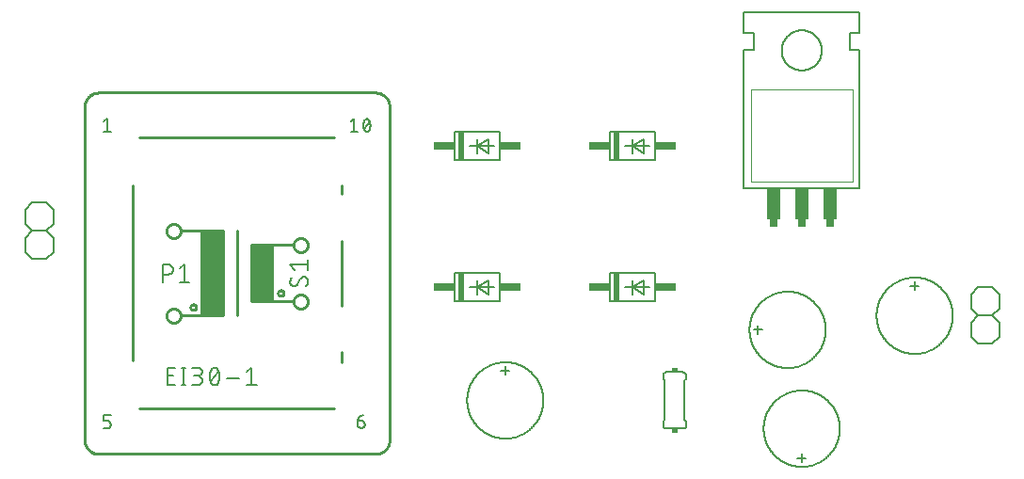
<source format=gto>
G75*
%MOIN*%
%OFA0B0*%
%FSLAX25Y25*%
%IPPOS*%
%LPD*%
%AMOC8*
5,1,8,0,0,1.08239X$1,22.5*
%
%ADD10C,0.00600*%
%ADD11R,0.02000X0.10000*%
%ADD12R,0.07500X0.03000*%
%ADD13C,0.00200*%
%ADD14R,0.03000X0.02500*%
%ADD15R,0.05000X0.11000*%
%ADD16R,0.02000X0.01500*%
%ADD17C,0.01000*%
%ADD18C,0.00700*%
%ADD19C,0.00500*%
%ADD20R,0.07500X0.30000*%
%ADD21R,0.07500X0.20000*%
D10*
X0172500Y0141000D02*
X0172504Y0141331D01*
X0172516Y0141662D01*
X0172537Y0141993D01*
X0172565Y0142323D01*
X0172602Y0142653D01*
X0172646Y0142981D01*
X0172699Y0143308D01*
X0172759Y0143634D01*
X0172828Y0143958D01*
X0172905Y0144280D01*
X0172989Y0144601D01*
X0173081Y0144919D01*
X0173181Y0145235D01*
X0173289Y0145548D01*
X0173405Y0145859D01*
X0173528Y0146166D01*
X0173658Y0146471D01*
X0173796Y0146772D01*
X0173941Y0147070D01*
X0174094Y0147364D01*
X0174254Y0147654D01*
X0174421Y0147940D01*
X0174594Y0148222D01*
X0174775Y0148500D01*
X0174963Y0148773D01*
X0175157Y0149042D01*
X0175357Y0149306D01*
X0175564Y0149564D01*
X0175778Y0149818D01*
X0175997Y0150066D01*
X0176223Y0150309D01*
X0176454Y0150546D01*
X0176691Y0150777D01*
X0176934Y0151003D01*
X0177182Y0151222D01*
X0177436Y0151436D01*
X0177694Y0151643D01*
X0177958Y0151843D01*
X0178227Y0152037D01*
X0178500Y0152225D01*
X0178778Y0152406D01*
X0179060Y0152579D01*
X0179346Y0152746D01*
X0179636Y0152906D01*
X0179930Y0153059D01*
X0180228Y0153204D01*
X0180529Y0153342D01*
X0180834Y0153472D01*
X0181141Y0153595D01*
X0181452Y0153711D01*
X0181765Y0153819D01*
X0182081Y0153919D01*
X0182399Y0154011D01*
X0182720Y0154095D01*
X0183042Y0154172D01*
X0183366Y0154241D01*
X0183692Y0154301D01*
X0184019Y0154354D01*
X0184347Y0154398D01*
X0184677Y0154435D01*
X0185007Y0154463D01*
X0185338Y0154484D01*
X0185669Y0154496D01*
X0186000Y0154500D01*
X0186331Y0154496D01*
X0186662Y0154484D01*
X0186993Y0154463D01*
X0187323Y0154435D01*
X0187653Y0154398D01*
X0187981Y0154354D01*
X0188308Y0154301D01*
X0188634Y0154241D01*
X0188958Y0154172D01*
X0189280Y0154095D01*
X0189601Y0154011D01*
X0189919Y0153919D01*
X0190235Y0153819D01*
X0190548Y0153711D01*
X0190859Y0153595D01*
X0191166Y0153472D01*
X0191471Y0153342D01*
X0191772Y0153204D01*
X0192070Y0153059D01*
X0192364Y0152906D01*
X0192654Y0152746D01*
X0192940Y0152579D01*
X0193222Y0152406D01*
X0193500Y0152225D01*
X0193773Y0152037D01*
X0194042Y0151843D01*
X0194306Y0151643D01*
X0194564Y0151436D01*
X0194818Y0151222D01*
X0195066Y0151003D01*
X0195309Y0150777D01*
X0195546Y0150546D01*
X0195777Y0150309D01*
X0196003Y0150066D01*
X0196222Y0149818D01*
X0196436Y0149564D01*
X0196643Y0149306D01*
X0196843Y0149042D01*
X0197037Y0148773D01*
X0197225Y0148500D01*
X0197406Y0148222D01*
X0197579Y0147940D01*
X0197746Y0147654D01*
X0197906Y0147364D01*
X0198059Y0147070D01*
X0198204Y0146772D01*
X0198342Y0146471D01*
X0198472Y0146166D01*
X0198595Y0145859D01*
X0198711Y0145548D01*
X0198819Y0145235D01*
X0198919Y0144919D01*
X0199011Y0144601D01*
X0199095Y0144280D01*
X0199172Y0143958D01*
X0199241Y0143634D01*
X0199301Y0143308D01*
X0199354Y0142981D01*
X0199398Y0142653D01*
X0199435Y0142323D01*
X0199463Y0141993D01*
X0199484Y0141662D01*
X0199496Y0141331D01*
X0199500Y0141000D01*
X0199496Y0140669D01*
X0199484Y0140338D01*
X0199463Y0140007D01*
X0199435Y0139677D01*
X0199398Y0139347D01*
X0199354Y0139019D01*
X0199301Y0138692D01*
X0199241Y0138366D01*
X0199172Y0138042D01*
X0199095Y0137720D01*
X0199011Y0137399D01*
X0198919Y0137081D01*
X0198819Y0136765D01*
X0198711Y0136452D01*
X0198595Y0136141D01*
X0198472Y0135834D01*
X0198342Y0135529D01*
X0198204Y0135228D01*
X0198059Y0134930D01*
X0197906Y0134636D01*
X0197746Y0134346D01*
X0197579Y0134060D01*
X0197406Y0133778D01*
X0197225Y0133500D01*
X0197037Y0133227D01*
X0196843Y0132958D01*
X0196643Y0132694D01*
X0196436Y0132436D01*
X0196222Y0132182D01*
X0196003Y0131934D01*
X0195777Y0131691D01*
X0195546Y0131454D01*
X0195309Y0131223D01*
X0195066Y0130997D01*
X0194818Y0130778D01*
X0194564Y0130564D01*
X0194306Y0130357D01*
X0194042Y0130157D01*
X0193773Y0129963D01*
X0193500Y0129775D01*
X0193222Y0129594D01*
X0192940Y0129421D01*
X0192654Y0129254D01*
X0192364Y0129094D01*
X0192070Y0128941D01*
X0191772Y0128796D01*
X0191471Y0128658D01*
X0191166Y0128528D01*
X0190859Y0128405D01*
X0190548Y0128289D01*
X0190235Y0128181D01*
X0189919Y0128081D01*
X0189601Y0127989D01*
X0189280Y0127905D01*
X0188958Y0127828D01*
X0188634Y0127759D01*
X0188308Y0127699D01*
X0187981Y0127646D01*
X0187653Y0127602D01*
X0187323Y0127565D01*
X0186993Y0127537D01*
X0186662Y0127516D01*
X0186331Y0127504D01*
X0186000Y0127500D01*
X0185669Y0127504D01*
X0185338Y0127516D01*
X0185007Y0127537D01*
X0184677Y0127565D01*
X0184347Y0127602D01*
X0184019Y0127646D01*
X0183692Y0127699D01*
X0183366Y0127759D01*
X0183042Y0127828D01*
X0182720Y0127905D01*
X0182399Y0127989D01*
X0182081Y0128081D01*
X0181765Y0128181D01*
X0181452Y0128289D01*
X0181141Y0128405D01*
X0180834Y0128528D01*
X0180529Y0128658D01*
X0180228Y0128796D01*
X0179930Y0128941D01*
X0179636Y0129094D01*
X0179346Y0129254D01*
X0179060Y0129421D01*
X0178778Y0129594D01*
X0178500Y0129775D01*
X0178227Y0129963D01*
X0177958Y0130157D01*
X0177694Y0130357D01*
X0177436Y0130564D01*
X0177182Y0130778D01*
X0176934Y0130997D01*
X0176691Y0131223D01*
X0176454Y0131454D01*
X0176223Y0131691D01*
X0175997Y0131934D01*
X0175778Y0132182D01*
X0175564Y0132436D01*
X0175357Y0132694D01*
X0175157Y0132958D01*
X0174963Y0133227D01*
X0174775Y0133500D01*
X0174594Y0133778D01*
X0174421Y0134060D01*
X0174254Y0134346D01*
X0174094Y0134636D01*
X0173941Y0134930D01*
X0173796Y0135228D01*
X0173658Y0135529D01*
X0173528Y0135834D01*
X0173405Y0136141D01*
X0173289Y0136452D01*
X0173181Y0136765D01*
X0173081Y0137081D01*
X0172989Y0137399D01*
X0172905Y0137720D01*
X0172828Y0138042D01*
X0172759Y0138366D01*
X0172699Y0138692D01*
X0172646Y0139019D01*
X0172602Y0139347D01*
X0172565Y0139677D01*
X0172537Y0140007D01*
X0172516Y0140338D01*
X0172504Y0140669D01*
X0172500Y0141000D01*
X0184500Y0151500D02*
X0187500Y0151500D01*
X0186000Y0153000D02*
X0186000Y0150000D01*
X0184000Y0176000D02*
X0168000Y0176000D01*
X0168000Y0186000D01*
X0184000Y0186000D01*
X0184000Y0176000D01*
X0180000Y0178500D02*
X0176000Y0181000D01*
X0176000Y0178500D01*
X0176000Y0181000D02*
X0173500Y0181000D01*
X0176000Y0181000D02*
X0176000Y0183500D01*
X0176000Y0181000D02*
X0180000Y0183500D01*
X0180000Y0178500D01*
X0182000Y0181000D02*
X0176000Y0181000D01*
X0223000Y0186000D02*
X0223000Y0176000D01*
X0239000Y0176000D01*
X0239000Y0186000D01*
X0223000Y0186000D01*
X0228500Y0181000D02*
X0231000Y0181000D01*
X0231000Y0178500D01*
X0231000Y0181000D02*
X0231000Y0183500D01*
X0231000Y0181000D02*
X0235000Y0183500D01*
X0235000Y0178500D01*
X0231000Y0181000D01*
X0237000Y0181000D01*
X0243000Y0151000D02*
X0249000Y0151000D01*
X0249060Y0150998D01*
X0249121Y0150993D01*
X0249180Y0150984D01*
X0249239Y0150971D01*
X0249298Y0150955D01*
X0249355Y0150935D01*
X0249410Y0150912D01*
X0249465Y0150885D01*
X0249517Y0150856D01*
X0249568Y0150823D01*
X0249617Y0150787D01*
X0249663Y0150749D01*
X0249707Y0150707D01*
X0249749Y0150663D01*
X0249787Y0150617D01*
X0249823Y0150568D01*
X0249856Y0150517D01*
X0249885Y0150465D01*
X0249912Y0150410D01*
X0249935Y0150355D01*
X0249955Y0150298D01*
X0249971Y0150239D01*
X0249984Y0150180D01*
X0249993Y0150121D01*
X0249998Y0150060D01*
X0250000Y0150000D01*
X0250000Y0148500D01*
X0249500Y0148000D01*
X0249500Y0134000D01*
X0250000Y0133500D01*
X0250000Y0132000D01*
X0249998Y0131940D01*
X0249993Y0131879D01*
X0249984Y0131820D01*
X0249971Y0131761D01*
X0249955Y0131702D01*
X0249935Y0131645D01*
X0249912Y0131590D01*
X0249885Y0131535D01*
X0249856Y0131483D01*
X0249823Y0131432D01*
X0249787Y0131383D01*
X0249749Y0131337D01*
X0249707Y0131293D01*
X0249663Y0131251D01*
X0249617Y0131213D01*
X0249568Y0131177D01*
X0249517Y0131144D01*
X0249465Y0131115D01*
X0249410Y0131088D01*
X0249355Y0131065D01*
X0249298Y0131045D01*
X0249239Y0131029D01*
X0249180Y0131016D01*
X0249121Y0131007D01*
X0249060Y0131002D01*
X0249000Y0131000D01*
X0243000Y0131000D01*
X0242940Y0131002D01*
X0242879Y0131007D01*
X0242820Y0131016D01*
X0242761Y0131029D01*
X0242702Y0131045D01*
X0242645Y0131065D01*
X0242590Y0131088D01*
X0242535Y0131115D01*
X0242483Y0131144D01*
X0242432Y0131177D01*
X0242383Y0131213D01*
X0242337Y0131251D01*
X0242293Y0131293D01*
X0242251Y0131337D01*
X0242213Y0131383D01*
X0242177Y0131432D01*
X0242144Y0131483D01*
X0242115Y0131535D01*
X0242088Y0131590D01*
X0242065Y0131645D01*
X0242045Y0131702D01*
X0242029Y0131761D01*
X0242016Y0131820D01*
X0242007Y0131879D01*
X0242002Y0131940D01*
X0242000Y0132000D01*
X0242000Y0133500D01*
X0242500Y0134000D01*
X0242500Y0148000D01*
X0242000Y0148500D01*
X0242000Y0150000D01*
X0242002Y0150060D01*
X0242007Y0150121D01*
X0242016Y0150180D01*
X0242029Y0150239D01*
X0242045Y0150298D01*
X0242065Y0150355D01*
X0242088Y0150410D01*
X0242115Y0150465D01*
X0242144Y0150517D01*
X0242177Y0150568D01*
X0242213Y0150617D01*
X0242251Y0150663D01*
X0242293Y0150707D01*
X0242337Y0150749D01*
X0242383Y0150787D01*
X0242432Y0150823D01*
X0242483Y0150856D01*
X0242535Y0150885D01*
X0242590Y0150912D01*
X0242645Y0150935D01*
X0242702Y0150955D01*
X0242761Y0150971D01*
X0242820Y0150984D01*
X0242879Y0150993D01*
X0242940Y0150998D01*
X0243000Y0151000D01*
X0274000Y0166000D02*
X0277000Y0166000D01*
X0275500Y0164500D02*
X0275500Y0167500D01*
X0272500Y0166000D02*
X0272504Y0166331D01*
X0272516Y0166662D01*
X0272537Y0166993D01*
X0272565Y0167323D01*
X0272602Y0167653D01*
X0272646Y0167981D01*
X0272699Y0168308D01*
X0272759Y0168634D01*
X0272828Y0168958D01*
X0272905Y0169280D01*
X0272989Y0169601D01*
X0273081Y0169919D01*
X0273181Y0170235D01*
X0273289Y0170548D01*
X0273405Y0170859D01*
X0273528Y0171166D01*
X0273658Y0171471D01*
X0273796Y0171772D01*
X0273941Y0172070D01*
X0274094Y0172364D01*
X0274254Y0172654D01*
X0274421Y0172940D01*
X0274594Y0173222D01*
X0274775Y0173500D01*
X0274963Y0173773D01*
X0275157Y0174042D01*
X0275357Y0174306D01*
X0275564Y0174564D01*
X0275778Y0174818D01*
X0275997Y0175066D01*
X0276223Y0175309D01*
X0276454Y0175546D01*
X0276691Y0175777D01*
X0276934Y0176003D01*
X0277182Y0176222D01*
X0277436Y0176436D01*
X0277694Y0176643D01*
X0277958Y0176843D01*
X0278227Y0177037D01*
X0278500Y0177225D01*
X0278778Y0177406D01*
X0279060Y0177579D01*
X0279346Y0177746D01*
X0279636Y0177906D01*
X0279930Y0178059D01*
X0280228Y0178204D01*
X0280529Y0178342D01*
X0280834Y0178472D01*
X0281141Y0178595D01*
X0281452Y0178711D01*
X0281765Y0178819D01*
X0282081Y0178919D01*
X0282399Y0179011D01*
X0282720Y0179095D01*
X0283042Y0179172D01*
X0283366Y0179241D01*
X0283692Y0179301D01*
X0284019Y0179354D01*
X0284347Y0179398D01*
X0284677Y0179435D01*
X0285007Y0179463D01*
X0285338Y0179484D01*
X0285669Y0179496D01*
X0286000Y0179500D01*
X0286331Y0179496D01*
X0286662Y0179484D01*
X0286993Y0179463D01*
X0287323Y0179435D01*
X0287653Y0179398D01*
X0287981Y0179354D01*
X0288308Y0179301D01*
X0288634Y0179241D01*
X0288958Y0179172D01*
X0289280Y0179095D01*
X0289601Y0179011D01*
X0289919Y0178919D01*
X0290235Y0178819D01*
X0290548Y0178711D01*
X0290859Y0178595D01*
X0291166Y0178472D01*
X0291471Y0178342D01*
X0291772Y0178204D01*
X0292070Y0178059D01*
X0292364Y0177906D01*
X0292654Y0177746D01*
X0292940Y0177579D01*
X0293222Y0177406D01*
X0293500Y0177225D01*
X0293773Y0177037D01*
X0294042Y0176843D01*
X0294306Y0176643D01*
X0294564Y0176436D01*
X0294818Y0176222D01*
X0295066Y0176003D01*
X0295309Y0175777D01*
X0295546Y0175546D01*
X0295777Y0175309D01*
X0296003Y0175066D01*
X0296222Y0174818D01*
X0296436Y0174564D01*
X0296643Y0174306D01*
X0296843Y0174042D01*
X0297037Y0173773D01*
X0297225Y0173500D01*
X0297406Y0173222D01*
X0297579Y0172940D01*
X0297746Y0172654D01*
X0297906Y0172364D01*
X0298059Y0172070D01*
X0298204Y0171772D01*
X0298342Y0171471D01*
X0298472Y0171166D01*
X0298595Y0170859D01*
X0298711Y0170548D01*
X0298819Y0170235D01*
X0298919Y0169919D01*
X0299011Y0169601D01*
X0299095Y0169280D01*
X0299172Y0168958D01*
X0299241Y0168634D01*
X0299301Y0168308D01*
X0299354Y0167981D01*
X0299398Y0167653D01*
X0299435Y0167323D01*
X0299463Y0166993D01*
X0299484Y0166662D01*
X0299496Y0166331D01*
X0299500Y0166000D01*
X0299496Y0165669D01*
X0299484Y0165338D01*
X0299463Y0165007D01*
X0299435Y0164677D01*
X0299398Y0164347D01*
X0299354Y0164019D01*
X0299301Y0163692D01*
X0299241Y0163366D01*
X0299172Y0163042D01*
X0299095Y0162720D01*
X0299011Y0162399D01*
X0298919Y0162081D01*
X0298819Y0161765D01*
X0298711Y0161452D01*
X0298595Y0161141D01*
X0298472Y0160834D01*
X0298342Y0160529D01*
X0298204Y0160228D01*
X0298059Y0159930D01*
X0297906Y0159636D01*
X0297746Y0159346D01*
X0297579Y0159060D01*
X0297406Y0158778D01*
X0297225Y0158500D01*
X0297037Y0158227D01*
X0296843Y0157958D01*
X0296643Y0157694D01*
X0296436Y0157436D01*
X0296222Y0157182D01*
X0296003Y0156934D01*
X0295777Y0156691D01*
X0295546Y0156454D01*
X0295309Y0156223D01*
X0295066Y0155997D01*
X0294818Y0155778D01*
X0294564Y0155564D01*
X0294306Y0155357D01*
X0294042Y0155157D01*
X0293773Y0154963D01*
X0293500Y0154775D01*
X0293222Y0154594D01*
X0292940Y0154421D01*
X0292654Y0154254D01*
X0292364Y0154094D01*
X0292070Y0153941D01*
X0291772Y0153796D01*
X0291471Y0153658D01*
X0291166Y0153528D01*
X0290859Y0153405D01*
X0290548Y0153289D01*
X0290235Y0153181D01*
X0289919Y0153081D01*
X0289601Y0152989D01*
X0289280Y0152905D01*
X0288958Y0152828D01*
X0288634Y0152759D01*
X0288308Y0152699D01*
X0287981Y0152646D01*
X0287653Y0152602D01*
X0287323Y0152565D01*
X0286993Y0152537D01*
X0286662Y0152516D01*
X0286331Y0152504D01*
X0286000Y0152500D01*
X0285669Y0152504D01*
X0285338Y0152516D01*
X0285007Y0152537D01*
X0284677Y0152565D01*
X0284347Y0152602D01*
X0284019Y0152646D01*
X0283692Y0152699D01*
X0283366Y0152759D01*
X0283042Y0152828D01*
X0282720Y0152905D01*
X0282399Y0152989D01*
X0282081Y0153081D01*
X0281765Y0153181D01*
X0281452Y0153289D01*
X0281141Y0153405D01*
X0280834Y0153528D01*
X0280529Y0153658D01*
X0280228Y0153796D01*
X0279930Y0153941D01*
X0279636Y0154094D01*
X0279346Y0154254D01*
X0279060Y0154421D01*
X0278778Y0154594D01*
X0278500Y0154775D01*
X0278227Y0154963D01*
X0277958Y0155157D01*
X0277694Y0155357D01*
X0277436Y0155564D01*
X0277182Y0155778D01*
X0276934Y0155997D01*
X0276691Y0156223D01*
X0276454Y0156454D01*
X0276223Y0156691D01*
X0275997Y0156934D01*
X0275778Y0157182D01*
X0275564Y0157436D01*
X0275357Y0157694D01*
X0275157Y0157958D01*
X0274963Y0158227D01*
X0274775Y0158500D01*
X0274594Y0158778D01*
X0274421Y0159060D01*
X0274254Y0159346D01*
X0274094Y0159636D01*
X0273941Y0159930D01*
X0273796Y0160228D01*
X0273658Y0160529D01*
X0273528Y0160834D01*
X0273405Y0161141D01*
X0273289Y0161452D01*
X0273181Y0161765D01*
X0273081Y0162081D01*
X0272989Y0162399D01*
X0272905Y0162720D01*
X0272828Y0163042D01*
X0272759Y0163366D01*
X0272699Y0163692D01*
X0272646Y0164019D01*
X0272602Y0164347D01*
X0272565Y0164677D01*
X0272537Y0165007D01*
X0272516Y0165338D01*
X0272504Y0165669D01*
X0272500Y0166000D01*
X0277500Y0131000D02*
X0277504Y0131331D01*
X0277516Y0131662D01*
X0277537Y0131993D01*
X0277565Y0132323D01*
X0277602Y0132653D01*
X0277646Y0132981D01*
X0277699Y0133308D01*
X0277759Y0133634D01*
X0277828Y0133958D01*
X0277905Y0134280D01*
X0277989Y0134601D01*
X0278081Y0134919D01*
X0278181Y0135235D01*
X0278289Y0135548D01*
X0278405Y0135859D01*
X0278528Y0136166D01*
X0278658Y0136471D01*
X0278796Y0136772D01*
X0278941Y0137070D01*
X0279094Y0137364D01*
X0279254Y0137654D01*
X0279421Y0137940D01*
X0279594Y0138222D01*
X0279775Y0138500D01*
X0279963Y0138773D01*
X0280157Y0139042D01*
X0280357Y0139306D01*
X0280564Y0139564D01*
X0280778Y0139818D01*
X0280997Y0140066D01*
X0281223Y0140309D01*
X0281454Y0140546D01*
X0281691Y0140777D01*
X0281934Y0141003D01*
X0282182Y0141222D01*
X0282436Y0141436D01*
X0282694Y0141643D01*
X0282958Y0141843D01*
X0283227Y0142037D01*
X0283500Y0142225D01*
X0283778Y0142406D01*
X0284060Y0142579D01*
X0284346Y0142746D01*
X0284636Y0142906D01*
X0284930Y0143059D01*
X0285228Y0143204D01*
X0285529Y0143342D01*
X0285834Y0143472D01*
X0286141Y0143595D01*
X0286452Y0143711D01*
X0286765Y0143819D01*
X0287081Y0143919D01*
X0287399Y0144011D01*
X0287720Y0144095D01*
X0288042Y0144172D01*
X0288366Y0144241D01*
X0288692Y0144301D01*
X0289019Y0144354D01*
X0289347Y0144398D01*
X0289677Y0144435D01*
X0290007Y0144463D01*
X0290338Y0144484D01*
X0290669Y0144496D01*
X0291000Y0144500D01*
X0291331Y0144496D01*
X0291662Y0144484D01*
X0291993Y0144463D01*
X0292323Y0144435D01*
X0292653Y0144398D01*
X0292981Y0144354D01*
X0293308Y0144301D01*
X0293634Y0144241D01*
X0293958Y0144172D01*
X0294280Y0144095D01*
X0294601Y0144011D01*
X0294919Y0143919D01*
X0295235Y0143819D01*
X0295548Y0143711D01*
X0295859Y0143595D01*
X0296166Y0143472D01*
X0296471Y0143342D01*
X0296772Y0143204D01*
X0297070Y0143059D01*
X0297364Y0142906D01*
X0297654Y0142746D01*
X0297940Y0142579D01*
X0298222Y0142406D01*
X0298500Y0142225D01*
X0298773Y0142037D01*
X0299042Y0141843D01*
X0299306Y0141643D01*
X0299564Y0141436D01*
X0299818Y0141222D01*
X0300066Y0141003D01*
X0300309Y0140777D01*
X0300546Y0140546D01*
X0300777Y0140309D01*
X0301003Y0140066D01*
X0301222Y0139818D01*
X0301436Y0139564D01*
X0301643Y0139306D01*
X0301843Y0139042D01*
X0302037Y0138773D01*
X0302225Y0138500D01*
X0302406Y0138222D01*
X0302579Y0137940D01*
X0302746Y0137654D01*
X0302906Y0137364D01*
X0303059Y0137070D01*
X0303204Y0136772D01*
X0303342Y0136471D01*
X0303472Y0136166D01*
X0303595Y0135859D01*
X0303711Y0135548D01*
X0303819Y0135235D01*
X0303919Y0134919D01*
X0304011Y0134601D01*
X0304095Y0134280D01*
X0304172Y0133958D01*
X0304241Y0133634D01*
X0304301Y0133308D01*
X0304354Y0132981D01*
X0304398Y0132653D01*
X0304435Y0132323D01*
X0304463Y0131993D01*
X0304484Y0131662D01*
X0304496Y0131331D01*
X0304500Y0131000D01*
X0304496Y0130669D01*
X0304484Y0130338D01*
X0304463Y0130007D01*
X0304435Y0129677D01*
X0304398Y0129347D01*
X0304354Y0129019D01*
X0304301Y0128692D01*
X0304241Y0128366D01*
X0304172Y0128042D01*
X0304095Y0127720D01*
X0304011Y0127399D01*
X0303919Y0127081D01*
X0303819Y0126765D01*
X0303711Y0126452D01*
X0303595Y0126141D01*
X0303472Y0125834D01*
X0303342Y0125529D01*
X0303204Y0125228D01*
X0303059Y0124930D01*
X0302906Y0124636D01*
X0302746Y0124346D01*
X0302579Y0124060D01*
X0302406Y0123778D01*
X0302225Y0123500D01*
X0302037Y0123227D01*
X0301843Y0122958D01*
X0301643Y0122694D01*
X0301436Y0122436D01*
X0301222Y0122182D01*
X0301003Y0121934D01*
X0300777Y0121691D01*
X0300546Y0121454D01*
X0300309Y0121223D01*
X0300066Y0120997D01*
X0299818Y0120778D01*
X0299564Y0120564D01*
X0299306Y0120357D01*
X0299042Y0120157D01*
X0298773Y0119963D01*
X0298500Y0119775D01*
X0298222Y0119594D01*
X0297940Y0119421D01*
X0297654Y0119254D01*
X0297364Y0119094D01*
X0297070Y0118941D01*
X0296772Y0118796D01*
X0296471Y0118658D01*
X0296166Y0118528D01*
X0295859Y0118405D01*
X0295548Y0118289D01*
X0295235Y0118181D01*
X0294919Y0118081D01*
X0294601Y0117989D01*
X0294280Y0117905D01*
X0293958Y0117828D01*
X0293634Y0117759D01*
X0293308Y0117699D01*
X0292981Y0117646D01*
X0292653Y0117602D01*
X0292323Y0117565D01*
X0291993Y0117537D01*
X0291662Y0117516D01*
X0291331Y0117504D01*
X0291000Y0117500D01*
X0290669Y0117504D01*
X0290338Y0117516D01*
X0290007Y0117537D01*
X0289677Y0117565D01*
X0289347Y0117602D01*
X0289019Y0117646D01*
X0288692Y0117699D01*
X0288366Y0117759D01*
X0288042Y0117828D01*
X0287720Y0117905D01*
X0287399Y0117989D01*
X0287081Y0118081D01*
X0286765Y0118181D01*
X0286452Y0118289D01*
X0286141Y0118405D01*
X0285834Y0118528D01*
X0285529Y0118658D01*
X0285228Y0118796D01*
X0284930Y0118941D01*
X0284636Y0119094D01*
X0284346Y0119254D01*
X0284060Y0119421D01*
X0283778Y0119594D01*
X0283500Y0119775D01*
X0283227Y0119963D01*
X0282958Y0120157D01*
X0282694Y0120357D01*
X0282436Y0120564D01*
X0282182Y0120778D01*
X0281934Y0120997D01*
X0281691Y0121223D01*
X0281454Y0121454D01*
X0281223Y0121691D01*
X0280997Y0121934D01*
X0280778Y0122182D01*
X0280564Y0122436D01*
X0280357Y0122694D01*
X0280157Y0122958D01*
X0279963Y0123227D01*
X0279775Y0123500D01*
X0279594Y0123778D01*
X0279421Y0124060D01*
X0279254Y0124346D01*
X0279094Y0124636D01*
X0278941Y0124930D01*
X0278796Y0125228D01*
X0278658Y0125529D01*
X0278528Y0125834D01*
X0278405Y0126141D01*
X0278289Y0126452D01*
X0278181Y0126765D01*
X0278081Y0127081D01*
X0277989Y0127399D01*
X0277905Y0127720D01*
X0277828Y0128042D01*
X0277759Y0128366D01*
X0277699Y0128692D01*
X0277646Y0129019D01*
X0277602Y0129347D01*
X0277565Y0129677D01*
X0277537Y0130007D01*
X0277516Y0130338D01*
X0277504Y0130669D01*
X0277500Y0131000D01*
X0289500Y0120500D02*
X0292500Y0120500D01*
X0291000Y0119000D02*
X0291000Y0122000D01*
X0317500Y0171000D02*
X0317504Y0171331D01*
X0317516Y0171662D01*
X0317537Y0171993D01*
X0317565Y0172323D01*
X0317602Y0172653D01*
X0317646Y0172981D01*
X0317699Y0173308D01*
X0317759Y0173634D01*
X0317828Y0173958D01*
X0317905Y0174280D01*
X0317989Y0174601D01*
X0318081Y0174919D01*
X0318181Y0175235D01*
X0318289Y0175548D01*
X0318405Y0175859D01*
X0318528Y0176166D01*
X0318658Y0176471D01*
X0318796Y0176772D01*
X0318941Y0177070D01*
X0319094Y0177364D01*
X0319254Y0177654D01*
X0319421Y0177940D01*
X0319594Y0178222D01*
X0319775Y0178500D01*
X0319963Y0178773D01*
X0320157Y0179042D01*
X0320357Y0179306D01*
X0320564Y0179564D01*
X0320778Y0179818D01*
X0320997Y0180066D01*
X0321223Y0180309D01*
X0321454Y0180546D01*
X0321691Y0180777D01*
X0321934Y0181003D01*
X0322182Y0181222D01*
X0322436Y0181436D01*
X0322694Y0181643D01*
X0322958Y0181843D01*
X0323227Y0182037D01*
X0323500Y0182225D01*
X0323778Y0182406D01*
X0324060Y0182579D01*
X0324346Y0182746D01*
X0324636Y0182906D01*
X0324930Y0183059D01*
X0325228Y0183204D01*
X0325529Y0183342D01*
X0325834Y0183472D01*
X0326141Y0183595D01*
X0326452Y0183711D01*
X0326765Y0183819D01*
X0327081Y0183919D01*
X0327399Y0184011D01*
X0327720Y0184095D01*
X0328042Y0184172D01*
X0328366Y0184241D01*
X0328692Y0184301D01*
X0329019Y0184354D01*
X0329347Y0184398D01*
X0329677Y0184435D01*
X0330007Y0184463D01*
X0330338Y0184484D01*
X0330669Y0184496D01*
X0331000Y0184500D01*
X0331331Y0184496D01*
X0331662Y0184484D01*
X0331993Y0184463D01*
X0332323Y0184435D01*
X0332653Y0184398D01*
X0332981Y0184354D01*
X0333308Y0184301D01*
X0333634Y0184241D01*
X0333958Y0184172D01*
X0334280Y0184095D01*
X0334601Y0184011D01*
X0334919Y0183919D01*
X0335235Y0183819D01*
X0335548Y0183711D01*
X0335859Y0183595D01*
X0336166Y0183472D01*
X0336471Y0183342D01*
X0336772Y0183204D01*
X0337070Y0183059D01*
X0337364Y0182906D01*
X0337654Y0182746D01*
X0337940Y0182579D01*
X0338222Y0182406D01*
X0338500Y0182225D01*
X0338773Y0182037D01*
X0339042Y0181843D01*
X0339306Y0181643D01*
X0339564Y0181436D01*
X0339818Y0181222D01*
X0340066Y0181003D01*
X0340309Y0180777D01*
X0340546Y0180546D01*
X0340777Y0180309D01*
X0341003Y0180066D01*
X0341222Y0179818D01*
X0341436Y0179564D01*
X0341643Y0179306D01*
X0341843Y0179042D01*
X0342037Y0178773D01*
X0342225Y0178500D01*
X0342406Y0178222D01*
X0342579Y0177940D01*
X0342746Y0177654D01*
X0342906Y0177364D01*
X0343059Y0177070D01*
X0343204Y0176772D01*
X0343342Y0176471D01*
X0343472Y0176166D01*
X0343595Y0175859D01*
X0343711Y0175548D01*
X0343819Y0175235D01*
X0343919Y0174919D01*
X0344011Y0174601D01*
X0344095Y0174280D01*
X0344172Y0173958D01*
X0344241Y0173634D01*
X0344301Y0173308D01*
X0344354Y0172981D01*
X0344398Y0172653D01*
X0344435Y0172323D01*
X0344463Y0171993D01*
X0344484Y0171662D01*
X0344496Y0171331D01*
X0344500Y0171000D01*
X0344496Y0170669D01*
X0344484Y0170338D01*
X0344463Y0170007D01*
X0344435Y0169677D01*
X0344398Y0169347D01*
X0344354Y0169019D01*
X0344301Y0168692D01*
X0344241Y0168366D01*
X0344172Y0168042D01*
X0344095Y0167720D01*
X0344011Y0167399D01*
X0343919Y0167081D01*
X0343819Y0166765D01*
X0343711Y0166452D01*
X0343595Y0166141D01*
X0343472Y0165834D01*
X0343342Y0165529D01*
X0343204Y0165228D01*
X0343059Y0164930D01*
X0342906Y0164636D01*
X0342746Y0164346D01*
X0342579Y0164060D01*
X0342406Y0163778D01*
X0342225Y0163500D01*
X0342037Y0163227D01*
X0341843Y0162958D01*
X0341643Y0162694D01*
X0341436Y0162436D01*
X0341222Y0162182D01*
X0341003Y0161934D01*
X0340777Y0161691D01*
X0340546Y0161454D01*
X0340309Y0161223D01*
X0340066Y0160997D01*
X0339818Y0160778D01*
X0339564Y0160564D01*
X0339306Y0160357D01*
X0339042Y0160157D01*
X0338773Y0159963D01*
X0338500Y0159775D01*
X0338222Y0159594D01*
X0337940Y0159421D01*
X0337654Y0159254D01*
X0337364Y0159094D01*
X0337070Y0158941D01*
X0336772Y0158796D01*
X0336471Y0158658D01*
X0336166Y0158528D01*
X0335859Y0158405D01*
X0335548Y0158289D01*
X0335235Y0158181D01*
X0334919Y0158081D01*
X0334601Y0157989D01*
X0334280Y0157905D01*
X0333958Y0157828D01*
X0333634Y0157759D01*
X0333308Y0157699D01*
X0332981Y0157646D01*
X0332653Y0157602D01*
X0332323Y0157565D01*
X0331993Y0157537D01*
X0331662Y0157516D01*
X0331331Y0157504D01*
X0331000Y0157500D01*
X0330669Y0157504D01*
X0330338Y0157516D01*
X0330007Y0157537D01*
X0329677Y0157565D01*
X0329347Y0157602D01*
X0329019Y0157646D01*
X0328692Y0157699D01*
X0328366Y0157759D01*
X0328042Y0157828D01*
X0327720Y0157905D01*
X0327399Y0157989D01*
X0327081Y0158081D01*
X0326765Y0158181D01*
X0326452Y0158289D01*
X0326141Y0158405D01*
X0325834Y0158528D01*
X0325529Y0158658D01*
X0325228Y0158796D01*
X0324930Y0158941D01*
X0324636Y0159094D01*
X0324346Y0159254D01*
X0324060Y0159421D01*
X0323778Y0159594D01*
X0323500Y0159775D01*
X0323227Y0159963D01*
X0322958Y0160157D01*
X0322694Y0160357D01*
X0322436Y0160564D01*
X0322182Y0160778D01*
X0321934Y0160997D01*
X0321691Y0161223D01*
X0321454Y0161454D01*
X0321223Y0161691D01*
X0320997Y0161934D01*
X0320778Y0162182D01*
X0320564Y0162436D01*
X0320357Y0162694D01*
X0320157Y0162958D01*
X0319963Y0163227D01*
X0319775Y0163500D01*
X0319594Y0163778D01*
X0319421Y0164060D01*
X0319254Y0164346D01*
X0319094Y0164636D01*
X0318941Y0164930D01*
X0318796Y0165228D01*
X0318658Y0165529D01*
X0318528Y0165834D01*
X0318405Y0166141D01*
X0318289Y0166452D01*
X0318181Y0166765D01*
X0318081Y0167081D01*
X0317989Y0167399D01*
X0317905Y0167720D01*
X0317828Y0168042D01*
X0317759Y0168366D01*
X0317699Y0168692D01*
X0317646Y0169019D01*
X0317602Y0169347D01*
X0317565Y0169677D01*
X0317537Y0170007D01*
X0317516Y0170338D01*
X0317504Y0170669D01*
X0317500Y0171000D01*
X0331000Y0180000D02*
X0331000Y0183000D01*
X0329500Y0181500D02*
X0332500Y0181500D01*
X0351000Y0178500D02*
X0351000Y0173500D01*
X0353500Y0171000D01*
X0351000Y0168500D01*
X0351000Y0163500D01*
X0353500Y0161000D01*
X0358500Y0161000D01*
X0361000Y0163500D01*
X0361000Y0168500D01*
X0358500Y0171000D01*
X0353500Y0171000D01*
X0358500Y0171000D02*
X0361000Y0173500D01*
X0361000Y0178500D01*
X0358500Y0181000D01*
X0353500Y0181000D01*
X0351000Y0178500D01*
X0311500Y0216000D02*
X0311500Y0265000D01*
X0308000Y0265000D01*
X0308000Y0271000D01*
X0311500Y0271000D01*
X0311500Y0278500D01*
X0270500Y0278500D01*
X0270500Y0271000D01*
X0274000Y0271000D01*
X0274000Y0265000D01*
X0270500Y0265000D01*
X0270500Y0216000D01*
X0311500Y0216000D01*
X0283900Y0265000D02*
X0283902Y0265174D01*
X0283909Y0265348D01*
X0283919Y0265522D01*
X0283934Y0265696D01*
X0283953Y0265869D01*
X0283977Y0266042D01*
X0284005Y0266214D01*
X0284036Y0266385D01*
X0284073Y0266556D01*
X0284113Y0266725D01*
X0284157Y0266894D01*
X0284206Y0267061D01*
X0284258Y0267227D01*
X0284315Y0267392D01*
X0284376Y0267555D01*
X0284440Y0267717D01*
X0284509Y0267877D01*
X0284582Y0268036D01*
X0284658Y0268192D01*
X0284738Y0268347D01*
X0284822Y0268500D01*
X0284910Y0268650D01*
X0285002Y0268798D01*
X0285097Y0268945D01*
X0285195Y0269088D01*
X0285297Y0269229D01*
X0285403Y0269368D01*
X0285512Y0269504D01*
X0285624Y0269638D01*
X0285739Y0269768D01*
X0285858Y0269896D01*
X0285980Y0270020D01*
X0286104Y0270142D01*
X0286232Y0270261D01*
X0286362Y0270376D01*
X0286496Y0270488D01*
X0286632Y0270597D01*
X0286771Y0270703D01*
X0286912Y0270805D01*
X0287055Y0270903D01*
X0287202Y0270998D01*
X0287350Y0271090D01*
X0287500Y0271178D01*
X0287653Y0271262D01*
X0287808Y0271342D01*
X0287964Y0271418D01*
X0288123Y0271491D01*
X0288283Y0271560D01*
X0288445Y0271624D01*
X0288608Y0271685D01*
X0288773Y0271742D01*
X0288939Y0271794D01*
X0289106Y0271843D01*
X0289275Y0271887D01*
X0289444Y0271927D01*
X0289615Y0271964D01*
X0289786Y0271995D01*
X0289958Y0272023D01*
X0290131Y0272047D01*
X0290304Y0272066D01*
X0290478Y0272081D01*
X0290652Y0272091D01*
X0290826Y0272098D01*
X0291000Y0272100D01*
X0291174Y0272098D01*
X0291348Y0272091D01*
X0291522Y0272081D01*
X0291696Y0272066D01*
X0291869Y0272047D01*
X0292042Y0272023D01*
X0292214Y0271995D01*
X0292385Y0271964D01*
X0292556Y0271927D01*
X0292725Y0271887D01*
X0292894Y0271843D01*
X0293061Y0271794D01*
X0293227Y0271742D01*
X0293392Y0271685D01*
X0293555Y0271624D01*
X0293717Y0271560D01*
X0293877Y0271491D01*
X0294036Y0271418D01*
X0294192Y0271342D01*
X0294347Y0271262D01*
X0294500Y0271178D01*
X0294650Y0271090D01*
X0294798Y0270998D01*
X0294945Y0270903D01*
X0295088Y0270805D01*
X0295229Y0270703D01*
X0295368Y0270597D01*
X0295504Y0270488D01*
X0295638Y0270376D01*
X0295768Y0270261D01*
X0295896Y0270142D01*
X0296020Y0270020D01*
X0296142Y0269896D01*
X0296261Y0269768D01*
X0296376Y0269638D01*
X0296488Y0269504D01*
X0296597Y0269368D01*
X0296703Y0269229D01*
X0296805Y0269088D01*
X0296903Y0268945D01*
X0296998Y0268798D01*
X0297090Y0268650D01*
X0297178Y0268500D01*
X0297262Y0268347D01*
X0297342Y0268192D01*
X0297418Y0268036D01*
X0297491Y0267877D01*
X0297560Y0267717D01*
X0297624Y0267555D01*
X0297685Y0267392D01*
X0297742Y0267227D01*
X0297794Y0267061D01*
X0297843Y0266894D01*
X0297887Y0266725D01*
X0297927Y0266556D01*
X0297964Y0266385D01*
X0297995Y0266214D01*
X0298023Y0266042D01*
X0298047Y0265869D01*
X0298066Y0265696D01*
X0298081Y0265522D01*
X0298091Y0265348D01*
X0298098Y0265174D01*
X0298100Y0265000D01*
X0298098Y0264826D01*
X0298091Y0264652D01*
X0298081Y0264478D01*
X0298066Y0264304D01*
X0298047Y0264131D01*
X0298023Y0263958D01*
X0297995Y0263786D01*
X0297964Y0263615D01*
X0297927Y0263444D01*
X0297887Y0263275D01*
X0297843Y0263106D01*
X0297794Y0262939D01*
X0297742Y0262773D01*
X0297685Y0262608D01*
X0297624Y0262445D01*
X0297560Y0262283D01*
X0297491Y0262123D01*
X0297418Y0261964D01*
X0297342Y0261808D01*
X0297262Y0261653D01*
X0297178Y0261500D01*
X0297090Y0261350D01*
X0296998Y0261202D01*
X0296903Y0261055D01*
X0296805Y0260912D01*
X0296703Y0260771D01*
X0296597Y0260632D01*
X0296488Y0260496D01*
X0296376Y0260362D01*
X0296261Y0260232D01*
X0296142Y0260104D01*
X0296020Y0259980D01*
X0295896Y0259858D01*
X0295768Y0259739D01*
X0295638Y0259624D01*
X0295504Y0259512D01*
X0295368Y0259403D01*
X0295229Y0259297D01*
X0295088Y0259195D01*
X0294945Y0259097D01*
X0294798Y0259002D01*
X0294650Y0258910D01*
X0294500Y0258822D01*
X0294347Y0258738D01*
X0294192Y0258658D01*
X0294036Y0258582D01*
X0293877Y0258509D01*
X0293717Y0258440D01*
X0293555Y0258376D01*
X0293392Y0258315D01*
X0293227Y0258258D01*
X0293061Y0258206D01*
X0292894Y0258157D01*
X0292725Y0258113D01*
X0292556Y0258073D01*
X0292385Y0258036D01*
X0292214Y0258005D01*
X0292042Y0257977D01*
X0291869Y0257953D01*
X0291696Y0257934D01*
X0291522Y0257919D01*
X0291348Y0257909D01*
X0291174Y0257902D01*
X0291000Y0257900D01*
X0290826Y0257902D01*
X0290652Y0257909D01*
X0290478Y0257919D01*
X0290304Y0257934D01*
X0290131Y0257953D01*
X0289958Y0257977D01*
X0289786Y0258005D01*
X0289615Y0258036D01*
X0289444Y0258073D01*
X0289275Y0258113D01*
X0289106Y0258157D01*
X0288939Y0258206D01*
X0288773Y0258258D01*
X0288608Y0258315D01*
X0288445Y0258376D01*
X0288283Y0258440D01*
X0288123Y0258509D01*
X0287964Y0258582D01*
X0287808Y0258658D01*
X0287653Y0258738D01*
X0287500Y0258822D01*
X0287350Y0258910D01*
X0287202Y0259002D01*
X0287055Y0259097D01*
X0286912Y0259195D01*
X0286771Y0259297D01*
X0286632Y0259403D01*
X0286496Y0259512D01*
X0286362Y0259624D01*
X0286232Y0259739D01*
X0286104Y0259858D01*
X0285980Y0259980D01*
X0285858Y0260104D01*
X0285739Y0260232D01*
X0285624Y0260362D01*
X0285512Y0260496D01*
X0285403Y0260632D01*
X0285297Y0260771D01*
X0285195Y0260912D01*
X0285097Y0261055D01*
X0285002Y0261202D01*
X0284910Y0261350D01*
X0284822Y0261500D01*
X0284738Y0261653D01*
X0284658Y0261808D01*
X0284582Y0261964D01*
X0284509Y0262123D01*
X0284440Y0262283D01*
X0284376Y0262445D01*
X0284315Y0262608D01*
X0284258Y0262773D01*
X0284206Y0262939D01*
X0284157Y0263106D01*
X0284113Y0263275D01*
X0284073Y0263444D01*
X0284036Y0263615D01*
X0284005Y0263786D01*
X0283977Y0263958D01*
X0283953Y0264131D01*
X0283934Y0264304D01*
X0283919Y0264478D01*
X0283909Y0264652D01*
X0283902Y0264826D01*
X0283900Y0265000D01*
X0239000Y0236000D02*
X0223000Y0236000D01*
X0223000Y0226000D01*
X0239000Y0226000D01*
X0239000Y0236000D01*
X0235000Y0233500D02*
X0231000Y0231000D01*
X0231000Y0228500D01*
X0231000Y0231000D02*
X0231000Y0233500D01*
X0231000Y0231000D02*
X0228500Y0231000D01*
X0231000Y0231000D02*
X0237000Y0231000D01*
X0235000Y0228500D02*
X0231000Y0231000D01*
X0235000Y0233500D02*
X0235000Y0228500D01*
X0184000Y0226000D02*
X0184000Y0236000D01*
X0168000Y0236000D01*
X0168000Y0226000D01*
X0184000Y0226000D01*
X0180000Y0228500D02*
X0176000Y0231000D01*
X0176000Y0228500D01*
X0176000Y0231000D02*
X0176000Y0233500D01*
X0176000Y0231000D02*
X0173500Y0231000D01*
X0176000Y0231000D02*
X0180000Y0233500D01*
X0180000Y0228500D01*
X0182000Y0231000D02*
X0176000Y0231000D01*
X0026000Y0208500D02*
X0026000Y0203500D01*
X0023500Y0201000D01*
X0026000Y0198500D01*
X0026000Y0193500D01*
X0023500Y0191000D01*
X0018500Y0191000D01*
X0016000Y0193500D01*
X0016000Y0198500D01*
X0018500Y0201000D01*
X0016000Y0203500D01*
X0016000Y0208500D01*
X0018500Y0211000D01*
X0023500Y0211000D01*
X0026000Y0208500D01*
X0023500Y0201000D02*
X0018500Y0201000D01*
D11*
X0170500Y0181000D03*
X0225500Y0181000D03*
X0225500Y0231000D03*
X0170500Y0231000D03*
D12*
X0164250Y0231000D03*
X0187750Y0231000D03*
X0219250Y0231000D03*
X0242750Y0231000D03*
X0242750Y0181000D03*
X0219250Y0181000D03*
X0187750Y0181000D03*
X0164250Y0181000D03*
D13*
X0273000Y0218500D02*
X0273000Y0251000D01*
X0309000Y0251000D01*
X0309000Y0218500D01*
X0273000Y0218500D01*
D14*
X0281000Y0203750D03*
X0291000Y0203750D03*
X0301000Y0203750D03*
D15*
X0301000Y0210500D03*
X0291000Y0210500D03*
X0281000Y0210500D03*
D16*
X0246000Y0151750D03*
X0246000Y0130250D03*
D17*
X0140000Y0122000D02*
X0042000Y0122000D01*
X0041860Y0122002D01*
X0041720Y0122008D01*
X0041580Y0122018D01*
X0041440Y0122031D01*
X0041301Y0122049D01*
X0041162Y0122071D01*
X0041025Y0122096D01*
X0040887Y0122125D01*
X0040751Y0122158D01*
X0040616Y0122195D01*
X0040482Y0122236D01*
X0040349Y0122281D01*
X0040217Y0122329D01*
X0040087Y0122381D01*
X0039958Y0122436D01*
X0039831Y0122495D01*
X0039705Y0122558D01*
X0039581Y0122624D01*
X0039460Y0122693D01*
X0039340Y0122766D01*
X0039222Y0122843D01*
X0039107Y0122922D01*
X0038993Y0123005D01*
X0038883Y0123091D01*
X0038774Y0123180D01*
X0038668Y0123272D01*
X0038565Y0123367D01*
X0038464Y0123464D01*
X0038367Y0123565D01*
X0038272Y0123668D01*
X0038180Y0123774D01*
X0038091Y0123883D01*
X0038005Y0123993D01*
X0037922Y0124107D01*
X0037843Y0124222D01*
X0037766Y0124340D01*
X0037693Y0124460D01*
X0037624Y0124581D01*
X0037558Y0124705D01*
X0037495Y0124831D01*
X0037436Y0124958D01*
X0037381Y0125087D01*
X0037329Y0125217D01*
X0037281Y0125349D01*
X0037236Y0125482D01*
X0037195Y0125616D01*
X0037158Y0125751D01*
X0037125Y0125887D01*
X0037096Y0126025D01*
X0037071Y0126162D01*
X0037049Y0126301D01*
X0037031Y0126440D01*
X0037018Y0126580D01*
X0037008Y0126720D01*
X0037002Y0126860D01*
X0037000Y0127000D01*
X0037000Y0245000D01*
X0037002Y0245140D01*
X0037008Y0245280D01*
X0037018Y0245420D01*
X0037031Y0245560D01*
X0037049Y0245699D01*
X0037071Y0245838D01*
X0037096Y0245975D01*
X0037125Y0246113D01*
X0037158Y0246249D01*
X0037195Y0246384D01*
X0037236Y0246518D01*
X0037281Y0246651D01*
X0037329Y0246783D01*
X0037381Y0246913D01*
X0037436Y0247042D01*
X0037495Y0247169D01*
X0037558Y0247295D01*
X0037624Y0247419D01*
X0037693Y0247540D01*
X0037766Y0247660D01*
X0037843Y0247778D01*
X0037922Y0247893D01*
X0038005Y0248007D01*
X0038091Y0248117D01*
X0038180Y0248226D01*
X0038272Y0248332D01*
X0038367Y0248435D01*
X0038464Y0248536D01*
X0038565Y0248633D01*
X0038668Y0248728D01*
X0038774Y0248820D01*
X0038883Y0248909D01*
X0038993Y0248995D01*
X0039107Y0249078D01*
X0039222Y0249157D01*
X0039340Y0249234D01*
X0039460Y0249307D01*
X0039581Y0249376D01*
X0039705Y0249442D01*
X0039831Y0249505D01*
X0039958Y0249564D01*
X0040087Y0249619D01*
X0040217Y0249671D01*
X0040349Y0249719D01*
X0040482Y0249764D01*
X0040616Y0249805D01*
X0040751Y0249842D01*
X0040887Y0249875D01*
X0041025Y0249904D01*
X0041162Y0249929D01*
X0041301Y0249951D01*
X0041440Y0249969D01*
X0041580Y0249982D01*
X0041720Y0249992D01*
X0041860Y0249998D01*
X0042000Y0250000D01*
X0140000Y0250000D01*
X0140140Y0249998D01*
X0140280Y0249992D01*
X0140420Y0249982D01*
X0140560Y0249969D01*
X0140699Y0249951D01*
X0140838Y0249929D01*
X0140975Y0249904D01*
X0141113Y0249875D01*
X0141249Y0249842D01*
X0141384Y0249805D01*
X0141518Y0249764D01*
X0141651Y0249719D01*
X0141783Y0249671D01*
X0141913Y0249619D01*
X0142042Y0249564D01*
X0142169Y0249505D01*
X0142295Y0249442D01*
X0142419Y0249376D01*
X0142540Y0249307D01*
X0142660Y0249234D01*
X0142778Y0249157D01*
X0142893Y0249078D01*
X0143007Y0248995D01*
X0143117Y0248909D01*
X0143226Y0248820D01*
X0143332Y0248728D01*
X0143435Y0248633D01*
X0143536Y0248536D01*
X0143633Y0248435D01*
X0143728Y0248332D01*
X0143820Y0248226D01*
X0143909Y0248117D01*
X0143995Y0248007D01*
X0144078Y0247893D01*
X0144157Y0247778D01*
X0144234Y0247660D01*
X0144307Y0247540D01*
X0144376Y0247419D01*
X0144442Y0247295D01*
X0144505Y0247169D01*
X0144564Y0247042D01*
X0144619Y0246913D01*
X0144671Y0246783D01*
X0144719Y0246651D01*
X0144764Y0246518D01*
X0144805Y0246384D01*
X0144842Y0246249D01*
X0144875Y0246113D01*
X0144904Y0245975D01*
X0144929Y0245838D01*
X0144951Y0245699D01*
X0144969Y0245560D01*
X0144982Y0245420D01*
X0144992Y0245280D01*
X0144998Y0245140D01*
X0145000Y0245000D01*
X0145000Y0127000D01*
X0144998Y0126860D01*
X0144992Y0126720D01*
X0144982Y0126580D01*
X0144969Y0126440D01*
X0144951Y0126301D01*
X0144929Y0126162D01*
X0144904Y0126025D01*
X0144875Y0125887D01*
X0144842Y0125751D01*
X0144805Y0125616D01*
X0144764Y0125482D01*
X0144719Y0125349D01*
X0144671Y0125217D01*
X0144619Y0125087D01*
X0144564Y0124958D01*
X0144505Y0124831D01*
X0144442Y0124705D01*
X0144376Y0124581D01*
X0144307Y0124460D01*
X0144234Y0124340D01*
X0144157Y0124222D01*
X0144078Y0124107D01*
X0143995Y0123993D01*
X0143909Y0123883D01*
X0143820Y0123774D01*
X0143728Y0123668D01*
X0143633Y0123565D01*
X0143536Y0123464D01*
X0143435Y0123367D01*
X0143332Y0123272D01*
X0143226Y0123180D01*
X0143117Y0123091D01*
X0143007Y0123005D01*
X0142893Y0122922D01*
X0142778Y0122843D01*
X0142660Y0122766D01*
X0142540Y0122693D01*
X0142419Y0122624D01*
X0142295Y0122558D01*
X0142169Y0122495D01*
X0142042Y0122436D01*
X0141913Y0122381D01*
X0141783Y0122329D01*
X0141651Y0122281D01*
X0141518Y0122236D01*
X0141384Y0122195D01*
X0141249Y0122158D01*
X0141113Y0122125D01*
X0140975Y0122096D01*
X0140838Y0122071D01*
X0140699Y0122049D01*
X0140560Y0122031D01*
X0140420Y0122018D01*
X0140280Y0122008D01*
X0140140Y0122002D01*
X0140000Y0122000D01*
X0125500Y0138000D02*
X0056500Y0138000D01*
X0054000Y0155000D02*
X0054000Y0217000D01*
X0056500Y0234000D02*
X0125500Y0234000D01*
X0128000Y0217000D02*
X0128000Y0214000D01*
X0128000Y0197500D02*
X0128000Y0174500D01*
X0111000Y0176000D02*
X0111002Y0176099D01*
X0111008Y0176199D01*
X0111018Y0176298D01*
X0111032Y0176396D01*
X0111049Y0176494D01*
X0111071Y0176591D01*
X0111096Y0176687D01*
X0111125Y0176782D01*
X0111158Y0176876D01*
X0111195Y0176968D01*
X0111235Y0177059D01*
X0111279Y0177148D01*
X0111327Y0177236D01*
X0111378Y0177321D01*
X0111432Y0177404D01*
X0111489Y0177486D01*
X0111550Y0177564D01*
X0111614Y0177641D01*
X0111680Y0177714D01*
X0111750Y0177785D01*
X0111822Y0177853D01*
X0111897Y0177919D01*
X0111975Y0177981D01*
X0112055Y0178040D01*
X0112137Y0178096D01*
X0112221Y0178148D01*
X0112308Y0178197D01*
X0112396Y0178243D01*
X0112486Y0178285D01*
X0112578Y0178324D01*
X0112671Y0178359D01*
X0112765Y0178390D01*
X0112861Y0178417D01*
X0112958Y0178440D01*
X0113055Y0178460D01*
X0113153Y0178476D01*
X0113252Y0178488D01*
X0113351Y0178496D01*
X0113450Y0178500D01*
X0113550Y0178500D01*
X0113649Y0178496D01*
X0113748Y0178488D01*
X0113847Y0178476D01*
X0113945Y0178460D01*
X0114042Y0178440D01*
X0114139Y0178417D01*
X0114235Y0178390D01*
X0114329Y0178359D01*
X0114422Y0178324D01*
X0114514Y0178285D01*
X0114604Y0178243D01*
X0114692Y0178197D01*
X0114779Y0178148D01*
X0114863Y0178096D01*
X0114945Y0178040D01*
X0115025Y0177981D01*
X0115103Y0177919D01*
X0115178Y0177853D01*
X0115250Y0177785D01*
X0115320Y0177714D01*
X0115386Y0177641D01*
X0115450Y0177564D01*
X0115511Y0177486D01*
X0115568Y0177404D01*
X0115622Y0177321D01*
X0115673Y0177236D01*
X0115721Y0177148D01*
X0115765Y0177059D01*
X0115805Y0176968D01*
X0115842Y0176876D01*
X0115875Y0176782D01*
X0115904Y0176687D01*
X0115929Y0176591D01*
X0115951Y0176494D01*
X0115968Y0176396D01*
X0115982Y0176298D01*
X0115992Y0176199D01*
X0115998Y0176099D01*
X0116000Y0176000D01*
X0115998Y0175901D01*
X0115992Y0175801D01*
X0115982Y0175702D01*
X0115968Y0175604D01*
X0115951Y0175506D01*
X0115929Y0175409D01*
X0115904Y0175313D01*
X0115875Y0175218D01*
X0115842Y0175124D01*
X0115805Y0175032D01*
X0115765Y0174941D01*
X0115721Y0174852D01*
X0115673Y0174764D01*
X0115622Y0174679D01*
X0115568Y0174596D01*
X0115511Y0174514D01*
X0115450Y0174436D01*
X0115386Y0174359D01*
X0115320Y0174286D01*
X0115250Y0174215D01*
X0115178Y0174147D01*
X0115103Y0174081D01*
X0115025Y0174019D01*
X0114945Y0173960D01*
X0114863Y0173904D01*
X0114779Y0173852D01*
X0114692Y0173803D01*
X0114604Y0173757D01*
X0114514Y0173715D01*
X0114422Y0173676D01*
X0114329Y0173641D01*
X0114235Y0173610D01*
X0114139Y0173583D01*
X0114042Y0173560D01*
X0113945Y0173540D01*
X0113847Y0173524D01*
X0113748Y0173512D01*
X0113649Y0173504D01*
X0113550Y0173500D01*
X0113450Y0173500D01*
X0113351Y0173504D01*
X0113252Y0173512D01*
X0113153Y0173524D01*
X0113055Y0173540D01*
X0112958Y0173560D01*
X0112861Y0173583D01*
X0112765Y0173610D01*
X0112671Y0173641D01*
X0112578Y0173676D01*
X0112486Y0173715D01*
X0112396Y0173757D01*
X0112308Y0173803D01*
X0112221Y0173852D01*
X0112137Y0173904D01*
X0112055Y0173960D01*
X0111975Y0174019D01*
X0111897Y0174081D01*
X0111822Y0174147D01*
X0111750Y0174215D01*
X0111680Y0174286D01*
X0111614Y0174359D01*
X0111550Y0174436D01*
X0111489Y0174514D01*
X0111432Y0174596D01*
X0111378Y0174679D01*
X0111327Y0174764D01*
X0111279Y0174852D01*
X0111235Y0174941D01*
X0111195Y0175032D01*
X0111158Y0175124D01*
X0111125Y0175218D01*
X0111096Y0175313D01*
X0111071Y0175409D01*
X0111049Y0175506D01*
X0111032Y0175604D01*
X0111018Y0175702D01*
X0111008Y0175801D01*
X0111002Y0175901D01*
X0111000Y0176000D01*
X0103500Y0176000D01*
X0103500Y0196000D01*
X0111000Y0196000D01*
X0111002Y0196099D01*
X0111008Y0196199D01*
X0111018Y0196298D01*
X0111032Y0196396D01*
X0111049Y0196494D01*
X0111071Y0196591D01*
X0111096Y0196687D01*
X0111125Y0196782D01*
X0111158Y0196876D01*
X0111195Y0196968D01*
X0111235Y0197059D01*
X0111279Y0197148D01*
X0111327Y0197236D01*
X0111378Y0197321D01*
X0111432Y0197404D01*
X0111489Y0197486D01*
X0111550Y0197564D01*
X0111614Y0197641D01*
X0111680Y0197714D01*
X0111750Y0197785D01*
X0111822Y0197853D01*
X0111897Y0197919D01*
X0111975Y0197981D01*
X0112055Y0198040D01*
X0112137Y0198096D01*
X0112221Y0198148D01*
X0112308Y0198197D01*
X0112396Y0198243D01*
X0112486Y0198285D01*
X0112578Y0198324D01*
X0112671Y0198359D01*
X0112765Y0198390D01*
X0112861Y0198417D01*
X0112958Y0198440D01*
X0113055Y0198460D01*
X0113153Y0198476D01*
X0113252Y0198488D01*
X0113351Y0198496D01*
X0113450Y0198500D01*
X0113550Y0198500D01*
X0113649Y0198496D01*
X0113748Y0198488D01*
X0113847Y0198476D01*
X0113945Y0198460D01*
X0114042Y0198440D01*
X0114139Y0198417D01*
X0114235Y0198390D01*
X0114329Y0198359D01*
X0114422Y0198324D01*
X0114514Y0198285D01*
X0114604Y0198243D01*
X0114692Y0198197D01*
X0114779Y0198148D01*
X0114863Y0198096D01*
X0114945Y0198040D01*
X0115025Y0197981D01*
X0115103Y0197919D01*
X0115178Y0197853D01*
X0115250Y0197785D01*
X0115320Y0197714D01*
X0115386Y0197641D01*
X0115450Y0197564D01*
X0115511Y0197486D01*
X0115568Y0197404D01*
X0115622Y0197321D01*
X0115673Y0197236D01*
X0115721Y0197148D01*
X0115765Y0197059D01*
X0115805Y0196968D01*
X0115842Y0196876D01*
X0115875Y0196782D01*
X0115904Y0196687D01*
X0115929Y0196591D01*
X0115951Y0196494D01*
X0115968Y0196396D01*
X0115982Y0196298D01*
X0115992Y0196199D01*
X0115998Y0196099D01*
X0116000Y0196000D01*
X0115998Y0195901D01*
X0115992Y0195801D01*
X0115982Y0195702D01*
X0115968Y0195604D01*
X0115951Y0195506D01*
X0115929Y0195409D01*
X0115904Y0195313D01*
X0115875Y0195218D01*
X0115842Y0195124D01*
X0115805Y0195032D01*
X0115765Y0194941D01*
X0115721Y0194852D01*
X0115673Y0194764D01*
X0115622Y0194679D01*
X0115568Y0194596D01*
X0115511Y0194514D01*
X0115450Y0194436D01*
X0115386Y0194359D01*
X0115320Y0194286D01*
X0115250Y0194215D01*
X0115178Y0194147D01*
X0115103Y0194081D01*
X0115025Y0194019D01*
X0114945Y0193960D01*
X0114863Y0193904D01*
X0114779Y0193852D01*
X0114692Y0193803D01*
X0114604Y0193757D01*
X0114514Y0193715D01*
X0114422Y0193676D01*
X0114329Y0193641D01*
X0114235Y0193610D01*
X0114139Y0193583D01*
X0114042Y0193560D01*
X0113945Y0193540D01*
X0113847Y0193524D01*
X0113748Y0193512D01*
X0113649Y0193504D01*
X0113550Y0193500D01*
X0113450Y0193500D01*
X0113351Y0193504D01*
X0113252Y0193512D01*
X0113153Y0193524D01*
X0113055Y0193540D01*
X0112958Y0193560D01*
X0112861Y0193583D01*
X0112765Y0193610D01*
X0112671Y0193641D01*
X0112578Y0193676D01*
X0112486Y0193715D01*
X0112396Y0193757D01*
X0112308Y0193803D01*
X0112221Y0193852D01*
X0112137Y0193904D01*
X0112055Y0193960D01*
X0111975Y0194019D01*
X0111897Y0194081D01*
X0111822Y0194147D01*
X0111750Y0194215D01*
X0111680Y0194286D01*
X0111614Y0194359D01*
X0111550Y0194436D01*
X0111489Y0194514D01*
X0111432Y0194596D01*
X0111378Y0194679D01*
X0111327Y0194764D01*
X0111279Y0194852D01*
X0111235Y0194941D01*
X0111195Y0195032D01*
X0111158Y0195124D01*
X0111125Y0195218D01*
X0111096Y0195313D01*
X0111071Y0195409D01*
X0111049Y0195506D01*
X0111032Y0195604D01*
X0111018Y0195702D01*
X0111008Y0195801D01*
X0111002Y0195901D01*
X0111000Y0196000D01*
X0103500Y0196000D02*
X0096000Y0196000D01*
X0096000Y0176000D01*
X0103500Y0176000D01*
X0105500Y0179000D02*
X0105502Y0179063D01*
X0105508Y0179125D01*
X0105518Y0179187D01*
X0105531Y0179249D01*
X0105549Y0179309D01*
X0105570Y0179368D01*
X0105595Y0179426D01*
X0105624Y0179482D01*
X0105656Y0179536D01*
X0105691Y0179588D01*
X0105729Y0179637D01*
X0105771Y0179685D01*
X0105815Y0179729D01*
X0105863Y0179771D01*
X0105912Y0179809D01*
X0105964Y0179844D01*
X0106018Y0179876D01*
X0106074Y0179905D01*
X0106132Y0179930D01*
X0106191Y0179951D01*
X0106251Y0179969D01*
X0106313Y0179982D01*
X0106375Y0179992D01*
X0106437Y0179998D01*
X0106500Y0180000D01*
X0106563Y0179998D01*
X0106625Y0179992D01*
X0106687Y0179982D01*
X0106749Y0179969D01*
X0106809Y0179951D01*
X0106868Y0179930D01*
X0106926Y0179905D01*
X0106982Y0179876D01*
X0107036Y0179844D01*
X0107088Y0179809D01*
X0107137Y0179771D01*
X0107185Y0179729D01*
X0107229Y0179685D01*
X0107271Y0179637D01*
X0107309Y0179588D01*
X0107344Y0179536D01*
X0107376Y0179482D01*
X0107405Y0179426D01*
X0107430Y0179368D01*
X0107451Y0179309D01*
X0107469Y0179249D01*
X0107482Y0179187D01*
X0107492Y0179125D01*
X0107498Y0179063D01*
X0107500Y0179000D01*
X0107498Y0178937D01*
X0107492Y0178875D01*
X0107482Y0178813D01*
X0107469Y0178751D01*
X0107451Y0178691D01*
X0107430Y0178632D01*
X0107405Y0178574D01*
X0107376Y0178518D01*
X0107344Y0178464D01*
X0107309Y0178412D01*
X0107271Y0178363D01*
X0107229Y0178315D01*
X0107185Y0178271D01*
X0107137Y0178229D01*
X0107088Y0178191D01*
X0107036Y0178156D01*
X0106982Y0178124D01*
X0106926Y0178095D01*
X0106868Y0178070D01*
X0106809Y0178049D01*
X0106749Y0178031D01*
X0106687Y0178018D01*
X0106625Y0178008D01*
X0106563Y0178002D01*
X0106500Y0178000D01*
X0106437Y0178002D01*
X0106375Y0178008D01*
X0106313Y0178018D01*
X0106251Y0178031D01*
X0106191Y0178049D01*
X0106132Y0178070D01*
X0106074Y0178095D01*
X0106018Y0178124D01*
X0105964Y0178156D01*
X0105912Y0178191D01*
X0105863Y0178229D01*
X0105815Y0178271D01*
X0105771Y0178315D01*
X0105729Y0178363D01*
X0105691Y0178412D01*
X0105656Y0178464D01*
X0105624Y0178518D01*
X0105595Y0178574D01*
X0105570Y0178632D01*
X0105549Y0178691D01*
X0105531Y0178751D01*
X0105518Y0178813D01*
X0105508Y0178875D01*
X0105502Y0178937D01*
X0105500Y0179000D01*
X0091000Y0171000D02*
X0091000Y0201000D01*
X0086000Y0201000D02*
X0078500Y0201000D01*
X0071000Y0201000D01*
X0066000Y0201000D02*
X0066002Y0201099D01*
X0066008Y0201199D01*
X0066018Y0201298D01*
X0066032Y0201396D01*
X0066049Y0201494D01*
X0066071Y0201591D01*
X0066096Y0201687D01*
X0066125Y0201782D01*
X0066158Y0201876D01*
X0066195Y0201968D01*
X0066235Y0202059D01*
X0066279Y0202148D01*
X0066327Y0202236D01*
X0066378Y0202321D01*
X0066432Y0202404D01*
X0066489Y0202486D01*
X0066550Y0202564D01*
X0066614Y0202641D01*
X0066680Y0202714D01*
X0066750Y0202785D01*
X0066822Y0202853D01*
X0066897Y0202919D01*
X0066975Y0202981D01*
X0067055Y0203040D01*
X0067137Y0203096D01*
X0067221Y0203148D01*
X0067308Y0203197D01*
X0067396Y0203243D01*
X0067486Y0203285D01*
X0067578Y0203324D01*
X0067671Y0203359D01*
X0067765Y0203390D01*
X0067861Y0203417D01*
X0067958Y0203440D01*
X0068055Y0203460D01*
X0068153Y0203476D01*
X0068252Y0203488D01*
X0068351Y0203496D01*
X0068450Y0203500D01*
X0068550Y0203500D01*
X0068649Y0203496D01*
X0068748Y0203488D01*
X0068847Y0203476D01*
X0068945Y0203460D01*
X0069042Y0203440D01*
X0069139Y0203417D01*
X0069235Y0203390D01*
X0069329Y0203359D01*
X0069422Y0203324D01*
X0069514Y0203285D01*
X0069604Y0203243D01*
X0069692Y0203197D01*
X0069779Y0203148D01*
X0069863Y0203096D01*
X0069945Y0203040D01*
X0070025Y0202981D01*
X0070103Y0202919D01*
X0070178Y0202853D01*
X0070250Y0202785D01*
X0070320Y0202714D01*
X0070386Y0202641D01*
X0070450Y0202564D01*
X0070511Y0202486D01*
X0070568Y0202404D01*
X0070622Y0202321D01*
X0070673Y0202236D01*
X0070721Y0202148D01*
X0070765Y0202059D01*
X0070805Y0201968D01*
X0070842Y0201876D01*
X0070875Y0201782D01*
X0070904Y0201687D01*
X0070929Y0201591D01*
X0070951Y0201494D01*
X0070968Y0201396D01*
X0070982Y0201298D01*
X0070992Y0201199D01*
X0070998Y0201099D01*
X0071000Y0201000D01*
X0070998Y0200901D01*
X0070992Y0200801D01*
X0070982Y0200702D01*
X0070968Y0200604D01*
X0070951Y0200506D01*
X0070929Y0200409D01*
X0070904Y0200313D01*
X0070875Y0200218D01*
X0070842Y0200124D01*
X0070805Y0200032D01*
X0070765Y0199941D01*
X0070721Y0199852D01*
X0070673Y0199764D01*
X0070622Y0199679D01*
X0070568Y0199596D01*
X0070511Y0199514D01*
X0070450Y0199436D01*
X0070386Y0199359D01*
X0070320Y0199286D01*
X0070250Y0199215D01*
X0070178Y0199147D01*
X0070103Y0199081D01*
X0070025Y0199019D01*
X0069945Y0198960D01*
X0069863Y0198904D01*
X0069779Y0198852D01*
X0069692Y0198803D01*
X0069604Y0198757D01*
X0069514Y0198715D01*
X0069422Y0198676D01*
X0069329Y0198641D01*
X0069235Y0198610D01*
X0069139Y0198583D01*
X0069042Y0198560D01*
X0068945Y0198540D01*
X0068847Y0198524D01*
X0068748Y0198512D01*
X0068649Y0198504D01*
X0068550Y0198500D01*
X0068450Y0198500D01*
X0068351Y0198504D01*
X0068252Y0198512D01*
X0068153Y0198524D01*
X0068055Y0198540D01*
X0067958Y0198560D01*
X0067861Y0198583D01*
X0067765Y0198610D01*
X0067671Y0198641D01*
X0067578Y0198676D01*
X0067486Y0198715D01*
X0067396Y0198757D01*
X0067308Y0198803D01*
X0067221Y0198852D01*
X0067137Y0198904D01*
X0067055Y0198960D01*
X0066975Y0199019D01*
X0066897Y0199081D01*
X0066822Y0199147D01*
X0066750Y0199215D01*
X0066680Y0199286D01*
X0066614Y0199359D01*
X0066550Y0199436D01*
X0066489Y0199514D01*
X0066432Y0199596D01*
X0066378Y0199679D01*
X0066327Y0199764D01*
X0066279Y0199852D01*
X0066235Y0199941D01*
X0066195Y0200032D01*
X0066158Y0200124D01*
X0066125Y0200218D01*
X0066096Y0200313D01*
X0066071Y0200409D01*
X0066049Y0200506D01*
X0066032Y0200604D01*
X0066018Y0200702D01*
X0066008Y0200801D01*
X0066002Y0200901D01*
X0066000Y0201000D01*
X0078500Y0201000D02*
X0078500Y0171000D01*
X0071000Y0171000D01*
X0066000Y0171000D02*
X0066002Y0171099D01*
X0066008Y0171199D01*
X0066018Y0171298D01*
X0066032Y0171396D01*
X0066049Y0171494D01*
X0066071Y0171591D01*
X0066096Y0171687D01*
X0066125Y0171782D01*
X0066158Y0171876D01*
X0066195Y0171968D01*
X0066235Y0172059D01*
X0066279Y0172148D01*
X0066327Y0172236D01*
X0066378Y0172321D01*
X0066432Y0172404D01*
X0066489Y0172486D01*
X0066550Y0172564D01*
X0066614Y0172641D01*
X0066680Y0172714D01*
X0066750Y0172785D01*
X0066822Y0172853D01*
X0066897Y0172919D01*
X0066975Y0172981D01*
X0067055Y0173040D01*
X0067137Y0173096D01*
X0067221Y0173148D01*
X0067308Y0173197D01*
X0067396Y0173243D01*
X0067486Y0173285D01*
X0067578Y0173324D01*
X0067671Y0173359D01*
X0067765Y0173390D01*
X0067861Y0173417D01*
X0067958Y0173440D01*
X0068055Y0173460D01*
X0068153Y0173476D01*
X0068252Y0173488D01*
X0068351Y0173496D01*
X0068450Y0173500D01*
X0068550Y0173500D01*
X0068649Y0173496D01*
X0068748Y0173488D01*
X0068847Y0173476D01*
X0068945Y0173460D01*
X0069042Y0173440D01*
X0069139Y0173417D01*
X0069235Y0173390D01*
X0069329Y0173359D01*
X0069422Y0173324D01*
X0069514Y0173285D01*
X0069604Y0173243D01*
X0069692Y0173197D01*
X0069779Y0173148D01*
X0069863Y0173096D01*
X0069945Y0173040D01*
X0070025Y0172981D01*
X0070103Y0172919D01*
X0070178Y0172853D01*
X0070250Y0172785D01*
X0070320Y0172714D01*
X0070386Y0172641D01*
X0070450Y0172564D01*
X0070511Y0172486D01*
X0070568Y0172404D01*
X0070622Y0172321D01*
X0070673Y0172236D01*
X0070721Y0172148D01*
X0070765Y0172059D01*
X0070805Y0171968D01*
X0070842Y0171876D01*
X0070875Y0171782D01*
X0070904Y0171687D01*
X0070929Y0171591D01*
X0070951Y0171494D01*
X0070968Y0171396D01*
X0070982Y0171298D01*
X0070992Y0171199D01*
X0070998Y0171099D01*
X0071000Y0171000D01*
X0070998Y0170901D01*
X0070992Y0170801D01*
X0070982Y0170702D01*
X0070968Y0170604D01*
X0070951Y0170506D01*
X0070929Y0170409D01*
X0070904Y0170313D01*
X0070875Y0170218D01*
X0070842Y0170124D01*
X0070805Y0170032D01*
X0070765Y0169941D01*
X0070721Y0169852D01*
X0070673Y0169764D01*
X0070622Y0169679D01*
X0070568Y0169596D01*
X0070511Y0169514D01*
X0070450Y0169436D01*
X0070386Y0169359D01*
X0070320Y0169286D01*
X0070250Y0169215D01*
X0070178Y0169147D01*
X0070103Y0169081D01*
X0070025Y0169019D01*
X0069945Y0168960D01*
X0069863Y0168904D01*
X0069779Y0168852D01*
X0069692Y0168803D01*
X0069604Y0168757D01*
X0069514Y0168715D01*
X0069422Y0168676D01*
X0069329Y0168641D01*
X0069235Y0168610D01*
X0069139Y0168583D01*
X0069042Y0168560D01*
X0068945Y0168540D01*
X0068847Y0168524D01*
X0068748Y0168512D01*
X0068649Y0168504D01*
X0068550Y0168500D01*
X0068450Y0168500D01*
X0068351Y0168504D01*
X0068252Y0168512D01*
X0068153Y0168524D01*
X0068055Y0168540D01*
X0067958Y0168560D01*
X0067861Y0168583D01*
X0067765Y0168610D01*
X0067671Y0168641D01*
X0067578Y0168676D01*
X0067486Y0168715D01*
X0067396Y0168757D01*
X0067308Y0168803D01*
X0067221Y0168852D01*
X0067137Y0168904D01*
X0067055Y0168960D01*
X0066975Y0169019D01*
X0066897Y0169081D01*
X0066822Y0169147D01*
X0066750Y0169215D01*
X0066680Y0169286D01*
X0066614Y0169359D01*
X0066550Y0169436D01*
X0066489Y0169514D01*
X0066432Y0169596D01*
X0066378Y0169679D01*
X0066327Y0169764D01*
X0066279Y0169852D01*
X0066235Y0169941D01*
X0066195Y0170032D01*
X0066158Y0170124D01*
X0066125Y0170218D01*
X0066096Y0170313D01*
X0066071Y0170409D01*
X0066049Y0170506D01*
X0066032Y0170604D01*
X0066018Y0170702D01*
X0066008Y0170801D01*
X0066002Y0170901D01*
X0066000Y0171000D01*
X0074500Y0174000D02*
X0074502Y0174063D01*
X0074508Y0174125D01*
X0074518Y0174187D01*
X0074531Y0174249D01*
X0074549Y0174309D01*
X0074570Y0174368D01*
X0074595Y0174426D01*
X0074624Y0174482D01*
X0074656Y0174536D01*
X0074691Y0174588D01*
X0074729Y0174637D01*
X0074771Y0174685D01*
X0074815Y0174729D01*
X0074863Y0174771D01*
X0074912Y0174809D01*
X0074964Y0174844D01*
X0075018Y0174876D01*
X0075074Y0174905D01*
X0075132Y0174930D01*
X0075191Y0174951D01*
X0075251Y0174969D01*
X0075313Y0174982D01*
X0075375Y0174992D01*
X0075437Y0174998D01*
X0075500Y0175000D01*
X0075563Y0174998D01*
X0075625Y0174992D01*
X0075687Y0174982D01*
X0075749Y0174969D01*
X0075809Y0174951D01*
X0075868Y0174930D01*
X0075926Y0174905D01*
X0075982Y0174876D01*
X0076036Y0174844D01*
X0076088Y0174809D01*
X0076137Y0174771D01*
X0076185Y0174729D01*
X0076229Y0174685D01*
X0076271Y0174637D01*
X0076309Y0174588D01*
X0076344Y0174536D01*
X0076376Y0174482D01*
X0076405Y0174426D01*
X0076430Y0174368D01*
X0076451Y0174309D01*
X0076469Y0174249D01*
X0076482Y0174187D01*
X0076492Y0174125D01*
X0076498Y0174063D01*
X0076500Y0174000D01*
X0076498Y0173937D01*
X0076492Y0173875D01*
X0076482Y0173813D01*
X0076469Y0173751D01*
X0076451Y0173691D01*
X0076430Y0173632D01*
X0076405Y0173574D01*
X0076376Y0173518D01*
X0076344Y0173464D01*
X0076309Y0173412D01*
X0076271Y0173363D01*
X0076229Y0173315D01*
X0076185Y0173271D01*
X0076137Y0173229D01*
X0076088Y0173191D01*
X0076036Y0173156D01*
X0075982Y0173124D01*
X0075926Y0173095D01*
X0075868Y0173070D01*
X0075809Y0173049D01*
X0075749Y0173031D01*
X0075687Y0173018D01*
X0075625Y0173008D01*
X0075563Y0173002D01*
X0075500Y0173000D01*
X0075437Y0173002D01*
X0075375Y0173008D01*
X0075313Y0173018D01*
X0075251Y0173031D01*
X0075191Y0173049D01*
X0075132Y0173070D01*
X0075074Y0173095D01*
X0075018Y0173124D01*
X0074964Y0173156D01*
X0074912Y0173191D01*
X0074863Y0173229D01*
X0074815Y0173271D01*
X0074771Y0173315D01*
X0074729Y0173363D01*
X0074691Y0173412D01*
X0074656Y0173464D01*
X0074624Y0173518D01*
X0074595Y0173574D01*
X0074570Y0173632D01*
X0074549Y0173691D01*
X0074531Y0173751D01*
X0074518Y0173813D01*
X0074508Y0173875D01*
X0074502Y0173937D01*
X0074500Y0174000D01*
X0078500Y0171000D02*
X0086000Y0171000D01*
X0086000Y0201000D01*
X0128000Y0158000D02*
X0128000Y0154500D01*
D18*
X0097940Y0146350D02*
X0094440Y0146350D01*
X0096190Y0146350D02*
X0096190Y0152650D01*
X0094440Y0151250D01*
X0091726Y0148800D02*
X0087526Y0148800D01*
X0081837Y0147225D02*
X0081778Y0147350D01*
X0081722Y0147477D01*
X0081670Y0147605D01*
X0081621Y0147735D01*
X0081576Y0147866D01*
X0081534Y0147998D01*
X0081496Y0148131D01*
X0081461Y0148265D01*
X0081430Y0148400D01*
X0081402Y0148536D01*
X0081378Y0148672D01*
X0081358Y0148809D01*
X0081342Y0148947D01*
X0081329Y0149085D01*
X0081319Y0149223D01*
X0081314Y0149361D01*
X0081312Y0149500D01*
X0084812Y0149500D02*
X0084810Y0149361D01*
X0084805Y0149223D01*
X0084795Y0149085D01*
X0084782Y0148947D01*
X0084766Y0148809D01*
X0084746Y0148672D01*
X0084722Y0148536D01*
X0084694Y0148400D01*
X0084663Y0148265D01*
X0084628Y0148131D01*
X0084590Y0147998D01*
X0084548Y0147866D01*
X0084503Y0147735D01*
X0084454Y0147605D01*
X0084402Y0147477D01*
X0084346Y0147350D01*
X0084287Y0147225D01*
X0084263Y0147160D01*
X0084235Y0147096D01*
X0084203Y0147033D01*
X0084169Y0146972D01*
X0084131Y0146914D01*
X0084090Y0146857D01*
X0084046Y0146803D01*
X0083999Y0146751D01*
X0083950Y0146702D01*
X0083897Y0146655D01*
X0083843Y0146612D01*
X0083786Y0146571D01*
X0083727Y0146534D01*
X0083666Y0146500D01*
X0083604Y0146469D01*
X0083539Y0146441D01*
X0083474Y0146417D01*
X0083407Y0146397D01*
X0083339Y0146380D01*
X0083271Y0146367D01*
X0083201Y0146358D01*
X0083132Y0146352D01*
X0083062Y0146350D01*
X0082992Y0146352D01*
X0082923Y0146358D01*
X0082853Y0146367D01*
X0082785Y0146380D01*
X0082717Y0146397D01*
X0082650Y0146417D01*
X0082585Y0146441D01*
X0082520Y0146469D01*
X0082458Y0146500D01*
X0082397Y0146534D01*
X0082338Y0146571D01*
X0082281Y0146612D01*
X0082227Y0146655D01*
X0082174Y0146702D01*
X0082125Y0146751D01*
X0082078Y0146803D01*
X0082034Y0146857D01*
X0081993Y0146914D01*
X0081955Y0146972D01*
X0081921Y0147033D01*
X0081889Y0147096D01*
X0081861Y0147160D01*
X0081837Y0147225D01*
X0081662Y0147750D02*
X0084462Y0151250D01*
X0084287Y0151775D02*
X0084263Y0151840D01*
X0084235Y0151904D01*
X0084203Y0151967D01*
X0084169Y0152028D01*
X0084131Y0152086D01*
X0084090Y0152143D01*
X0084046Y0152197D01*
X0083999Y0152249D01*
X0083950Y0152298D01*
X0083897Y0152345D01*
X0083843Y0152388D01*
X0083786Y0152429D01*
X0083727Y0152466D01*
X0083666Y0152500D01*
X0083604Y0152531D01*
X0083539Y0152559D01*
X0083474Y0152583D01*
X0083407Y0152603D01*
X0083339Y0152620D01*
X0083271Y0152633D01*
X0083201Y0152642D01*
X0083132Y0152648D01*
X0083062Y0152650D01*
X0082992Y0152648D01*
X0082923Y0152642D01*
X0082853Y0152633D01*
X0082785Y0152620D01*
X0082717Y0152603D01*
X0082650Y0152583D01*
X0082585Y0152559D01*
X0082520Y0152531D01*
X0082458Y0152500D01*
X0082397Y0152466D01*
X0082338Y0152429D01*
X0082281Y0152388D01*
X0082227Y0152345D01*
X0082174Y0152298D01*
X0082125Y0152249D01*
X0082078Y0152197D01*
X0082034Y0152143D01*
X0081993Y0152086D01*
X0081955Y0152028D01*
X0081921Y0151967D01*
X0081889Y0151904D01*
X0081861Y0151840D01*
X0081837Y0151775D01*
X0084287Y0151775D02*
X0084346Y0151650D01*
X0084402Y0151523D01*
X0084454Y0151395D01*
X0084503Y0151265D01*
X0084548Y0151134D01*
X0084590Y0151002D01*
X0084628Y0150869D01*
X0084663Y0150735D01*
X0084694Y0150600D01*
X0084722Y0150464D01*
X0084746Y0150328D01*
X0084766Y0150191D01*
X0084782Y0150053D01*
X0084795Y0149915D01*
X0084805Y0149777D01*
X0084810Y0149639D01*
X0084812Y0149500D01*
X0081312Y0149500D02*
X0081314Y0149639D01*
X0081319Y0149777D01*
X0081329Y0149915D01*
X0081342Y0150053D01*
X0081358Y0150191D01*
X0081378Y0150328D01*
X0081402Y0150464D01*
X0081430Y0150600D01*
X0081461Y0150735D01*
X0081496Y0150869D01*
X0081534Y0151002D01*
X0081576Y0151134D01*
X0081621Y0151265D01*
X0081670Y0151395D01*
X0081722Y0151523D01*
X0081778Y0151650D01*
X0081837Y0151775D01*
X0077258Y0152650D02*
X0077331Y0152648D01*
X0077404Y0152642D01*
X0077477Y0152633D01*
X0077549Y0152619D01*
X0077620Y0152602D01*
X0077691Y0152581D01*
X0077760Y0152557D01*
X0077827Y0152529D01*
X0077894Y0152497D01*
X0077958Y0152462D01*
X0078020Y0152424D01*
X0078081Y0152383D01*
X0078139Y0152338D01*
X0078195Y0152290D01*
X0078248Y0152240D01*
X0078298Y0152187D01*
X0078346Y0152131D01*
X0078391Y0152073D01*
X0078432Y0152012D01*
X0078470Y0151950D01*
X0078505Y0151886D01*
X0078537Y0151819D01*
X0078565Y0151752D01*
X0078589Y0151683D01*
X0078610Y0151612D01*
X0078627Y0151541D01*
X0078641Y0151469D01*
X0078650Y0151396D01*
X0078656Y0151323D01*
X0078658Y0151250D01*
X0078656Y0151177D01*
X0078650Y0151104D01*
X0078641Y0151031D01*
X0078627Y0150959D01*
X0078610Y0150888D01*
X0078589Y0150817D01*
X0078565Y0150748D01*
X0078537Y0150681D01*
X0078505Y0150614D01*
X0078470Y0150550D01*
X0078432Y0150488D01*
X0078391Y0150427D01*
X0078346Y0150369D01*
X0078298Y0150313D01*
X0078248Y0150260D01*
X0078195Y0150210D01*
X0078139Y0150162D01*
X0078081Y0150117D01*
X0078020Y0150076D01*
X0077958Y0150038D01*
X0077894Y0150003D01*
X0077827Y0149971D01*
X0077760Y0149943D01*
X0077691Y0149919D01*
X0077620Y0149898D01*
X0077549Y0149881D01*
X0077477Y0149867D01*
X0077404Y0149858D01*
X0077331Y0149852D01*
X0077258Y0149850D01*
X0075858Y0149850D01*
X0076908Y0149850D02*
X0076990Y0149848D01*
X0077072Y0149842D01*
X0077153Y0149833D01*
X0077234Y0149819D01*
X0077315Y0149802D01*
X0077394Y0149781D01*
X0077472Y0149757D01*
X0077549Y0149728D01*
X0077625Y0149696D01*
X0077699Y0149661D01*
X0077771Y0149622D01*
X0077842Y0149580D01*
X0077910Y0149535D01*
X0077976Y0149486D01*
X0078040Y0149435D01*
X0078101Y0149380D01*
X0078160Y0149323D01*
X0078216Y0149263D01*
X0078269Y0149200D01*
X0078319Y0149135D01*
X0078366Y0149068D01*
X0078410Y0148999D01*
X0078450Y0148927D01*
X0078487Y0148854D01*
X0078521Y0148779D01*
X0078551Y0148703D01*
X0078577Y0148625D01*
X0078600Y0148546D01*
X0078619Y0148467D01*
X0078634Y0148386D01*
X0078646Y0148305D01*
X0078654Y0148223D01*
X0078658Y0148141D01*
X0078658Y0148059D01*
X0078654Y0147977D01*
X0078646Y0147895D01*
X0078634Y0147814D01*
X0078619Y0147733D01*
X0078600Y0147654D01*
X0078577Y0147575D01*
X0078551Y0147497D01*
X0078521Y0147421D01*
X0078487Y0147346D01*
X0078450Y0147273D01*
X0078410Y0147201D01*
X0078366Y0147132D01*
X0078319Y0147065D01*
X0078269Y0147000D01*
X0078216Y0146937D01*
X0078160Y0146877D01*
X0078101Y0146820D01*
X0078040Y0146765D01*
X0077976Y0146714D01*
X0077910Y0146665D01*
X0077842Y0146620D01*
X0077771Y0146578D01*
X0077699Y0146539D01*
X0077625Y0146504D01*
X0077549Y0146472D01*
X0077472Y0146443D01*
X0077394Y0146419D01*
X0077315Y0146398D01*
X0077234Y0146381D01*
X0077153Y0146367D01*
X0077072Y0146358D01*
X0076990Y0146352D01*
X0076908Y0146350D01*
X0075158Y0146350D01*
X0072685Y0146350D02*
X0071285Y0146350D01*
X0071985Y0146350D02*
X0071985Y0152650D01*
X0071285Y0152650D02*
X0072685Y0152650D01*
X0075158Y0152650D02*
X0077258Y0152650D01*
X0069150Y0152650D02*
X0066350Y0152650D01*
X0066350Y0146350D01*
X0069150Y0146350D01*
X0068450Y0149850D02*
X0066350Y0149850D01*
X0064850Y0182850D02*
X0064850Y0189150D01*
X0066600Y0189150D01*
X0066682Y0189148D01*
X0066764Y0189142D01*
X0066845Y0189133D01*
X0066926Y0189119D01*
X0067007Y0189102D01*
X0067086Y0189081D01*
X0067164Y0189057D01*
X0067241Y0189028D01*
X0067317Y0188996D01*
X0067391Y0188961D01*
X0067463Y0188922D01*
X0067534Y0188880D01*
X0067602Y0188835D01*
X0067668Y0188786D01*
X0067732Y0188735D01*
X0067793Y0188680D01*
X0067852Y0188623D01*
X0067908Y0188563D01*
X0067961Y0188500D01*
X0068011Y0188435D01*
X0068058Y0188368D01*
X0068102Y0188299D01*
X0068142Y0188227D01*
X0068179Y0188154D01*
X0068213Y0188079D01*
X0068243Y0188003D01*
X0068269Y0187925D01*
X0068292Y0187846D01*
X0068311Y0187767D01*
X0068326Y0187686D01*
X0068338Y0187605D01*
X0068346Y0187523D01*
X0068350Y0187441D01*
X0068350Y0187359D01*
X0068346Y0187277D01*
X0068338Y0187195D01*
X0068326Y0187114D01*
X0068311Y0187033D01*
X0068292Y0186954D01*
X0068269Y0186875D01*
X0068243Y0186797D01*
X0068213Y0186721D01*
X0068179Y0186646D01*
X0068142Y0186573D01*
X0068102Y0186501D01*
X0068058Y0186432D01*
X0068011Y0186365D01*
X0067961Y0186300D01*
X0067908Y0186237D01*
X0067852Y0186177D01*
X0067793Y0186120D01*
X0067732Y0186065D01*
X0067668Y0186014D01*
X0067602Y0185965D01*
X0067534Y0185920D01*
X0067463Y0185878D01*
X0067391Y0185839D01*
X0067317Y0185804D01*
X0067241Y0185772D01*
X0067164Y0185743D01*
X0067086Y0185719D01*
X0067007Y0185698D01*
X0066926Y0185681D01*
X0066845Y0185667D01*
X0066764Y0185658D01*
X0066682Y0185652D01*
X0066600Y0185650D01*
X0064850Y0185650D01*
X0070707Y0187750D02*
X0072457Y0189150D01*
X0072457Y0182850D01*
X0070707Y0182850D02*
X0074207Y0182850D01*
X0109850Y0189049D02*
X0116150Y0189049D01*
X0116150Y0187299D02*
X0116150Y0190799D01*
X0111250Y0187299D02*
X0109850Y0189049D01*
X0113525Y0184150D02*
X0112475Y0182225D01*
X0109850Y0182925D02*
X0109852Y0183024D01*
X0109858Y0183124D01*
X0109867Y0183222D01*
X0109880Y0183321D01*
X0109897Y0183419D01*
X0109917Y0183516D01*
X0109942Y0183612D01*
X0109969Y0183708D01*
X0110001Y0183802D01*
X0110036Y0183895D01*
X0110074Y0183987D01*
X0110116Y0184077D01*
X0110161Y0184165D01*
X0110210Y0184252D01*
X0110262Y0184337D01*
X0110317Y0184419D01*
X0110375Y0184500D01*
X0112475Y0182225D02*
X0112436Y0182162D01*
X0112394Y0182102D01*
X0112348Y0182044D01*
X0112300Y0181988D01*
X0112249Y0181935D01*
X0112195Y0181884D01*
X0112138Y0181837D01*
X0112080Y0181792D01*
X0112019Y0181751D01*
X0111956Y0181712D01*
X0111890Y0181677D01*
X0111824Y0181646D01*
X0111755Y0181618D01*
X0111686Y0181593D01*
X0111615Y0181573D01*
X0111543Y0181556D01*
X0111471Y0181542D01*
X0111397Y0181533D01*
X0111324Y0181527D01*
X0111250Y0181525D01*
X0111177Y0181527D01*
X0111104Y0181533D01*
X0111031Y0181542D01*
X0110959Y0181556D01*
X0110888Y0181573D01*
X0110817Y0181594D01*
X0110748Y0181618D01*
X0110681Y0181646D01*
X0110614Y0181678D01*
X0110550Y0181713D01*
X0110488Y0181751D01*
X0110427Y0181792D01*
X0110369Y0181837D01*
X0110313Y0181885D01*
X0110260Y0181935D01*
X0110210Y0181988D01*
X0110162Y0182044D01*
X0110117Y0182102D01*
X0110076Y0182163D01*
X0110038Y0182225D01*
X0110003Y0182289D01*
X0109971Y0182356D01*
X0109943Y0182423D01*
X0109919Y0182492D01*
X0109898Y0182563D01*
X0109881Y0182634D01*
X0109867Y0182706D01*
X0109858Y0182779D01*
X0109852Y0182852D01*
X0109850Y0182925D01*
X0115275Y0181350D02*
X0115349Y0181426D01*
X0115420Y0181504D01*
X0115489Y0181586D01*
X0115554Y0181669D01*
X0115616Y0181755D01*
X0115676Y0181843D01*
X0115732Y0181933D01*
X0115784Y0182025D01*
X0115834Y0182119D01*
X0115880Y0182215D01*
X0115922Y0182312D01*
X0115962Y0182411D01*
X0115997Y0182511D01*
X0116029Y0182612D01*
X0116057Y0182715D01*
X0116082Y0182818D01*
X0116103Y0182922D01*
X0116120Y0183027D01*
X0116133Y0183132D01*
X0116142Y0183238D01*
X0116148Y0183344D01*
X0116150Y0183450D01*
X0116148Y0183523D01*
X0116142Y0183596D01*
X0116133Y0183669D01*
X0116119Y0183741D01*
X0116102Y0183812D01*
X0116081Y0183883D01*
X0116057Y0183952D01*
X0116029Y0184019D01*
X0115997Y0184086D01*
X0115962Y0184150D01*
X0115924Y0184212D01*
X0115883Y0184273D01*
X0115838Y0184331D01*
X0115790Y0184387D01*
X0115740Y0184440D01*
X0115687Y0184490D01*
X0115631Y0184538D01*
X0115573Y0184583D01*
X0115512Y0184624D01*
X0115450Y0184662D01*
X0115386Y0184697D01*
X0115319Y0184729D01*
X0115252Y0184757D01*
X0115183Y0184781D01*
X0115112Y0184802D01*
X0115041Y0184819D01*
X0114969Y0184833D01*
X0114896Y0184842D01*
X0114823Y0184848D01*
X0114750Y0184850D01*
X0114676Y0184848D01*
X0114603Y0184842D01*
X0114529Y0184833D01*
X0114457Y0184819D01*
X0114385Y0184802D01*
X0114314Y0184782D01*
X0114245Y0184757D01*
X0114176Y0184729D01*
X0114110Y0184698D01*
X0114044Y0184663D01*
X0113981Y0184624D01*
X0113920Y0184583D01*
X0113862Y0184538D01*
X0113805Y0184491D01*
X0113751Y0184440D01*
X0113700Y0184387D01*
X0113652Y0184331D01*
X0113606Y0184273D01*
X0113564Y0184213D01*
X0113525Y0184150D01*
D19*
X0133750Y0133750D02*
X0133750Y0132500D01*
X0133750Y0133750D02*
X0135250Y0133750D01*
X0133750Y0133750D02*
X0133752Y0133837D01*
X0133758Y0133924D01*
X0133767Y0134011D01*
X0133780Y0134097D01*
X0133797Y0134183D01*
X0133818Y0134268D01*
X0133843Y0134351D01*
X0133871Y0134434D01*
X0133902Y0134515D01*
X0133937Y0134595D01*
X0133976Y0134673D01*
X0134018Y0134750D01*
X0134063Y0134825D01*
X0134112Y0134897D01*
X0134163Y0134968D01*
X0134218Y0135036D01*
X0134275Y0135101D01*
X0134336Y0135164D01*
X0134399Y0135225D01*
X0134464Y0135282D01*
X0134532Y0135337D01*
X0134603Y0135388D01*
X0134675Y0135437D01*
X0134750Y0135482D01*
X0134827Y0135524D01*
X0134905Y0135563D01*
X0134985Y0135598D01*
X0135066Y0135629D01*
X0135149Y0135657D01*
X0135232Y0135682D01*
X0135317Y0135703D01*
X0135403Y0135720D01*
X0135489Y0135733D01*
X0135576Y0135742D01*
X0135663Y0135748D01*
X0135750Y0135750D01*
X0135250Y0133750D02*
X0135310Y0133748D01*
X0135371Y0133743D01*
X0135430Y0133734D01*
X0135489Y0133721D01*
X0135548Y0133705D01*
X0135605Y0133685D01*
X0135660Y0133662D01*
X0135715Y0133635D01*
X0135767Y0133606D01*
X0135818Y0133573D01*
X0135867Y0133537D01*
X0135913Y0133499D01*
X0135957Y0133457D01*
X0135999Y0133413D01*
X0136037Y0133367D01*
X0136073Y0133318D01*
X0136106Y0133267D01*
X0136135Y0133215D01*
X0136162Y0133160D01*
X0136185Y0133105D01*
X0136205Y0133048D01*
X0136221Y0132989D01*
X0136234Y0132930D01*
X0136243Y0132871D01*
X0136248Y0132810D01*
X0136250Y0132750D01*
X0136250Y0132500D01*
X0136248Y0132431D01*
X0136242Y0132362D01*
X0136233Y0132294D01*
X0136220Y0132227D01*
X0136203Y0132160D01*
X0136182Y0132094D01*
X0136158Y0132030D01*
X0136130Y0131967D01*
X0136099Y0131905D01*
X0136065Y0131845D01*
X0136027Y0131788D01*
X0135986Y0131732D01*
X0135943Y0131679D01*
X0135896Y0131628D01*
X0135847Y0131580D01*
X0135795Y0131535D01*
X0135740Y0131493D01*
X0135684Y0131454D01*
X0135625Y0131417D01*
X0135564Y0131385D01*
X0135502Y0131355D01*
X0135438Y0131329D01*
X0135373Y0131307D01*
X0135307Y0131288D01*
X0135240Y0131273D01*
X0135172Y0131262D01*
X0135103Y0131254D01*
X0135034Y0131250D01*
X0134966Y0131250D01*
X0134897Y0131254D01*
X0134828Y0131262D01*
X0134760Y0131273D01*
X0134693Y0131288D01*
X0134627Y0131307D01*
X0134562Y0131329D01*
X0134498Y0131355D01*
X0134436Y0131385D01*
X0134375Y0131417D01*
X0134316Y0131454D01*
X0134260Y0131493D01*
X0134205Y0131535D01*
X0134153Y0131580D01*
X0134104Y0131628D01*
X0134057Y0131679D01*
X0134014Y0131732D01*
X0133973Y0131788D01*
X0133935Y0131845D01*
X0133901Y0131905D01*
X0133870Y0131967D01*
X0133842Y0132030D01*
X0133818Y0132094D01*
X0133797Y0132160D01*
X0133780Y0132227D01*
X0133767Y0132294D01*
X0133758Y0132362D01*
X0133752Y0132431D01*
X0133750Y0132500D01*
X0046250Y0132250D02*
X0046250Y0132750D01*
X0046248Y0132810D01*
X0046243Y0132871D01*
X0046234Y0132930D01*
X0046221Y0132989D01*
X0046205Y0133048D01*
X0046185Y0133105D01*
X0046162Y0133160D01*
X0046135Y0133215D01*
X0046106Y0133267D01*
X0046073Y0133318D01*
X0046037Y0133367D01*
X0045999Y0133413D01*
X0045957Y0133457D01*
X0045913Y0133499D01*
X0045867Y0133537D01*
X0045818Y0133573D01*
X0045767Y0133606D01*
X0045715Y0133635D01*
X0045660Y0133662D01*
X0045605Y0133685D01*
X0045548Y0133705D01*
X0045489Y0133721D01*
X0045430Y0133734D01*
X0045371Y0133743D01*
X0045310Y0133748D01*
X0045250Y0133750D01*
X0043750Y0133750D01*
X0043750Y0135750D01*
X0046250Y0135750D01*
X0046250Y0132250D02*
X0046248Y0132190D01*
X0046243Y0132129D01*
X0046234Y0132070D01*
X0046221Y0132011D01*
X0046205Y0131952D01*
X0046185Y0131895D01*
X0046162Y0131840D01*
X0046135Y0131785D01*
X0046106Y0131733D01*
X0046073Y0131682D01*
X0046037Y0131633D01*
X0045999Y0131587D01*
X0045957Y0131543D01*
X0045913Y0131501D01*
X0045867Y0131463D01*
X0045818Y0131427D01*
X0045767Y0131394D01*
X0045715Y0131365D01*
X0045660Y0131338D01*
X0045605Y0131315D01*
X0045548Y0131295D01*
X0045489Y0131279D01*
X0045430Y0131266D01*
X0045371Y0131257D01*
X0045310Y0131252D01*
X0045250Y0131250D01*
X0043750Y0131250D01*
X0043750Y0236250D02*
X0046250Y0236250D01*
X0045000Y0236250D02*
X0045000Y0240750D01*
X0043750Y0239750D01*
X0131250Y0239750D02*
X0132500Y0240750D01*
X0132500Y0236250D01*
X0131250Y0236250D02*
X0133750Y0236250D01*
X0137875Y0236875D02*
X0137926Y0236984D01*
X0137973Y0237094D01*
X0138017Y0237206D01*
X0138057Y0237320D01*
X0138093Y0237434D01*
X0138126Y0237550D01*
X0138155Y0237666D01*
X0138180Y0237784D01*
X0138201Y0237902D01*
X0138219Y0238021D01*
X0138232Y0238140D01*
X0138242Y0238260D01*
X0138248Y0238380D01*
X0138250Y0238500D01*
X0135750Y0238500D02*
X0135752Y0238380D01*
X0135758Y0238260D01*
X0135768Y0238140D01*
X0135781Y0238021D01*
X0135799Y0237902D01*
X0135820Y0237784D01*
X0135845Y0237666D01*
X0135874Y0237550D01*
X0135907Y0237434D01*
X0135943Y0237320D01*
X0135983Y0237206D01*
X0136027Y0237094D01*
X0136074Y0236984D01*
X0136125Y0236875D01*
X0136000Y0237250D02*
X0138000Y0239750D01*
X0137875Y0240125D02*
X0137854Y0240181D01*
X0137828Y0240236D01*
X0137800Y0240290D01*
X0137768Y0240341D01*
X0137733Y0240390D01*
X0137694Y0240436D01*
X0137653Y0240480D01*
X0137609Y0240522D01*
X0137562Y0240560D01*
X0137513Y0240595D01*
X0137461Y0240627D01*
X0137408Y0240655D01*
X0137353Y0240680D01*
X0137297Y0240701D01*
X0137239Y0240719D01*
X0137180Y0240732D01*
X0137120Y0240742D01*
X0137060Y0240748D01*
X0137000Y0240750D01*
X0136940Y0240748D01*
X0136880Y0240742D01*
X0136820Y0240732D01*
X0136761Y0240719D01*
X0136703Y0240701D01*
X0136647Y0240680D01*
X0136592Y0240655D01*
X0136539Y0240627D01*
X0136487Y0240595D01*
X0136438Y0240560D01*
X0136391Y0240522D01*
X0136347Y0240480D01*
X0136306Y0240436D01*
X0136267Y0240390D01*
X0136232Y0240341D01*
X0136200Y0240290D01*
X0136172Y0240236D01*
X0136146Y0240181D01*
X0136125Y0240125D01*
X0137875Y0240125D02*
X0137926Y0240016D01*
X0137973Y0239906D01*
X0138017Y0239794D01*
X0138057Y0239680D01*
X0138093Y0239566D01*
X0138126Y0239450D01*
X0138155Y0239334D01*
X0138180Y0239216D01*
X0138201Y0239098D01*
X0138219Y0238979D01*
X0138232Y0238860D01*
X0138242Y0238740D01*
X0138248Y0238620D01*
X0138250Y0238500D01*
X0135750Y0238500D02*
X0135752Y0238620D01*
X0135758Y0238740D01*
X0135768Y0238860D01*
X0135781Y0238979D01*
X0135799Y0239098D01*
X0135820Y0239216D01*
X0135845Y0239334D01*
X0135874Y0239450D01*
X0135907Y0239566D01*
X0135943Y0239680D01*
X0135983Y0239794D01*
X0136027Y0239906D01*
X0136074Y0240016D01*
X0136125Y0240125D01*
X0137875Y0236875D02*
X0137854Y0236819D01*
X0137828Y0236764D01*
X0137800Y0236710D01*
X0137768Y0236659D01*
X0137733Y0236610D01*
X0137694Y0236564D01*
X0137653Y0236520D01*
X0137609Y0236478D01*
X0137562Y0236440D01*
X0137513Y0236405D01*
X0137461Y0236373D01*
X0137408Y0236345D01*
X0137353Y0236320D01*
X0137297Y0236299D01*
X0137239Y0236281D01*
X0137180Y0236268D01*
X0137120Y0236258D01*
X0137060Y0236252D01*
X0137000Y0236250D01*
X0136940Y0236252D01*
X0136880Y0236258D01*
X0136820Y0236268D01*
X0136761Y0236281D01*
X0136703Y0236299D01*
X0136647Y0236320D01*
X0136592Y0236345D01*
X0136539Y0236373D01*
X0136487Y0236405D01*
X0136438Y0236440D01*
X0136391Y0236478D01*
X0136347Y0236520D01*
X0136306Y0236564D01*
X0136267Y0236610D01*
X0136232Y0236659D01*
X0136200Y0236710D01*
X0136172Y0236764D01*
X0136146Y0236819D01*
X0136125Y0236875D01*
D20*
X0082250Y0186000D03*
D21*
X0099750Y0186000D03*
M02*

</source>
